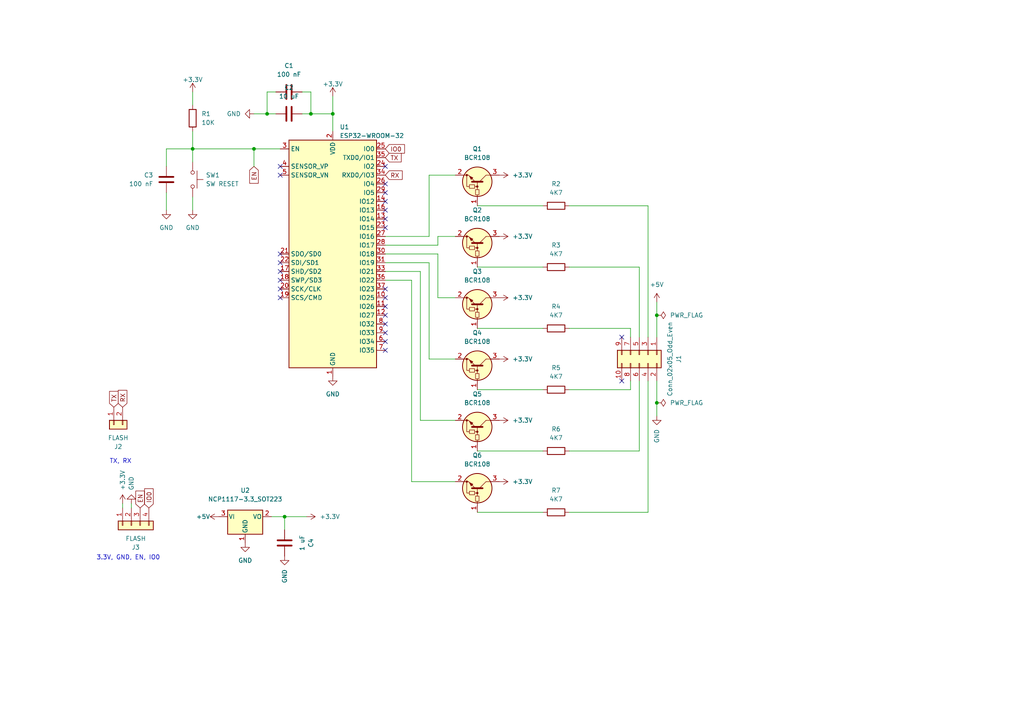
<source format=kicad_sch>
(kicad_sch (version 20211123) (generator eeschema)

  (uuid 998667bf-148d-4e7d-8f22-bba76bf09f04)

  (paper "A4")

  (lib_symbols
    (symbol "Connector_Generic:Conn_01x02" (pin_names (offset 1.016) hide) (in_bom yes) (on_board yes)
      (property "Reference" "J" (id 0) (at 0 2.54 0)
        (effects (font (size 1.27 1.27)))
      )
      (property "Value" "Conn_01x02" (id 1) (at 0 -5.08 0)
        (effects (font (size 1.27 1.27)))
      )
      (property "Footprint" "" (id 2) (at 0 0 0)
        (effects (font (size 1.27 1.27)) hide)
      )
      (property "Datasheet" "~" (id 3) (at 0 0 0)
        (effects (font (size 1.27 1.27)) hide)
      )
      (property "ki_keywords" "connector" (id 4) (at 0 0 0)
        (effects (font (size 1.27 1.27)) hide)
      )
      (property "ki_description" "Generic connector, single row, 01x02, script generated (kicad-library-utils/schlib/autogen/connector/)" (id 5) (at 0 0 0)
        (effects (font (size 1.27 1.27)) hide)
      )
      (property "ki_fp_filters" "Connector*:*_1x??_*" (id 6) (at 0 0 0)
        (effects (font (size 1.27 1.27)) hide)
      )
      (symbol "Conn_01x02_1_1"
        (rectangle (start -1.27 -2.413) (end 0 -2.667)
          (stroke (width 0.1524) (type default) (color 0 0 0 0))
          (fill (type none))
        )
        (rectangle (start -1.27 0.127) (end 0 -0.127)
          (stroke (width 0.1524) (type default) (color 0 0 0 0))
          (fill (type none))
        )
        (rectangle (start -1.27 1.27) (end 1.27 -3.81)
          (stroke (width 0.254) (type default) (color 0 0 0 0))
          (fill (type background))
        )
        (pin passive line (at -5.08 0 0) (length 3.81)
          (name "Pin_1" (effects (font (size 1.27 1.27))))
          (number "1" (effects (font (size 1.27 1.27))))
        )
        (pin passive line (at -5.08 -2.54 0) (length 3.81)
          (name "Pin_2" (effects (font (size 1.27 1.27))))
          (number "2" (effects (font (size 1.27 1.27))))
        )
      )
    )
    (symbol "Connector_Generic:Conn_01x04" (pin_names (offset 1.016) hide) (in_bom yes) (on_board yes)
      (property "Reference" "J" (id 0) (at 0 5.08 0)
        (effects (font (size 1.27 1.27)))
      )
      (property "Value" "Conn_01x04" (id 1) (at 0 -7.62 0)
        (effects (font (size 1.27 1.27)))
      )
      (property "Footprint" "" (id 2) (at 0 0 0)
        (effects (font (size 1.27 1.27)) hide)
      )
      (property "Datasheet" "~" (id 3) (at 0 0 0)
        (effects (font (size 1.27 1.27)) hide)
      )
      (property "ki_keywords" "connector" (id 4) (at 0 0 0)
        (effects (font (size 1.27 1.27)) hide)
      )
      (property "ki_description" "Generic connector, single row, 01x04, script generated (kicad-library-utils/schlib/autogen/connector/)" (id 5) (at 0 0 0)
        (effects (font (size 1.27 1.27)) hide)
      )
      (property "ki_fp_filters" "Connector*:*_1x??_*" (id 6) (at 0 0 0)
        (effects (font (size 1.27 1.27)) hide)
      )
      (symbol "Conn_01x04_1_1"
        (rectangle (start -1.27 -4.953) (end 0 -5.207)
          (stroke (width 0.1524) (type default) (color 0 0 0 0))
          (fill (type none))
        )
        (rectangle (start -1.27 -2.413) (end 0 -2.667)
          (stroke (width 0.1524) (type default) (color 0 0 0 0))
          (fill (type none))
        )
        (rectangle (start -1.27 0.127) (end 0 -0.127)
          (stroke (width 0.1524) (type default) (color 0 0 0 0))
          (fill (type none))
        )
        (rectangle (start -1.27 2.667) (end 0 2.413)
          (stroke (width 0.1524) (type default) (color 0 0 0 0))
          (fill (type none))
        )
        (rectangle (start -1.27 3.81) (end 1.27 -6.35)
          (stroke (width 0.254) (type default) (color 0 0 0 0))
          (fill (type background))
        )
        (pin passive line (at -5.08 2.54 0) (length 3.81)
          (name "Pin_1" (effects (font (size 1.27 1.27))))
          (number "1" (effects (font (size 1.27 1.27))))
        )
        (pin passive line (at -5.08 0 0) (length 3.81)
          (name "Pin_2" (effects (font (size 1.27 1.27))))
          (number "2" (effects (font (size 1.27 1.27))))
        )
        (pin passive line (at -5.08 -2.54 0) (length 3.81)
          (name "Pin_3" (effects (font (size 1.27 1.27))))
          (number "3" (effects (font (size 1.27 1.27))))
        )
        (pin passive line (at -5.08 -5.08 0) (length 3.81)
          (name "Pin_4" (effects (font (size 1.27 1.27))))
          (number "4" (effects (font (size 1.27 1.27))))
        )
      )
    )
    (symbol "Connector_Generic:Conn_02x05_Odd_Even" (pin_names (offset 1.016) hide) (in_bom yes) (on_board yes)
      (property "Reference" "J" (id 0) (at 1.27 7.62 0)
        (effects (font (size 1.27 1.27)))
      )
      (property "Value" "Conn_02x05_Odd_Even" (id 1) (at 1.27 -7.62 0)
        (effects (font (size 1.27 1.27)))
      )
      (property "Footprint" "" (id 2) (at 0 0 0)
        (effects (font (size 1.27 1.27)) hide)
      )
      (property "Datasheet" "~" (id 3) (at 0 0 0)
        (effects (font (size 1.27 1.27)) hide)
      )
      (property "ki_keywords" "connector" (id 4) (at 0 0 0)
        (effects (font (size 1.27 1.27)) hide)
      )
      (property "ki_description" "Generic connector, double row, 02x05, odd/even pin numbering scheme (row 1 odd numbers, row 2 even numbers), script generated (kicad-library-utils/schlib/autogen/connector/)" (id 5) (at 0 0 0)
        (effects (font (size 1.27 1.27)) hide)
      )
      (property "ki_fp_filters" "Connector*:*_2x??_*" (id 6) (at 0 0 0)
        (effects (font (size 1.27 1.27)) hide)
      )
      (symbol "Conn_02x05_Odd_Even_1_1"
        (rectangle (start -1.27 -4.953) (end 0 -5.207)
          (stroke (width 0.1524) (type default) (color 0 0 0 0))
          (fill (type none))
        )
        (rectangle (start -1.27 -2.413) (end 0 -2.667)
          (stroke (width 0.1524) (type default) (color 0 0 0 0))
          (fill (type none))
        )
        (rectangle (start -1.27 0.127) (end 0 -0.127)
          (stroke (width 0.1524) (type default) (color 0 0 0 0))
          (fill (type none))
        )
        (rectangle (start -1.27 2.667) (end 0 2.413)
          (stroke (width 0.1524) (type default) (color 0 0 0 0))
          (fill (type none))
        )
        (rectangle (start -1.27 5.207) (end 0 4.953)
          (stroke (width 0.1524) (type default) (color 0 0 0 0))
          (fill (type none))
        )
        (rectangle (start -1.27 6.35) (end 3.81 -6.35)
          (stroke (width 0.254) (type default) (color 0 0 0 0))
          (fill (type background))
        )
        (rectangle (start 3.81 -4.953) (end 2.54 -5.207)
          (stroke (width 0.1524) (type default) (color 0 0 0 0))
          (fill (type none))
        )
        (rectangle (start 3.81 -2.413) (end 2.54 -2.667)
          (stroke (width 0.1524) (type default) (color 0 0 0 0))
          (fill (type none))
        )
        (rectangle (start 3.81 0.127) (end 2.54 -0.127)
          (stroke (width 0.1524) (type default) (color 0 0 0 0))
          (fill (type none))
        )
        (rectangle (start 3.81 2.667) (end 2.54 2.413)
          (stroke (width 0.1524) (type default) (color 0 0 0 0))
          (fill (type none))
        )
        (rectangle (start 3.81 5.207) (end 2.54 4.953)
          (stroke (width 0.1524) (type default) (color 0 0 0 0))
          (fill (type none))
        )
        (pin passive line (at -5.08 5.08 0) (length 3.81)
          (name "Pin_1" (effects (font (size 1.27 1.27))))
          (number "1" (effects (font (size 1.27 1.27))))
        )
        (pin passive line (at 7.62 -5.08 180) (length 3.81)
          (name "Pin_10" (effects (font (size 1.27 1.27))))
          (number "10" (effects (font (size 1.27 1.27))))
        )
        (pin passive line (at 7.62 5.08 180) (length 3.81)
          (name "Pin_2" (effects (font (size 1.27 1.27))))
          (number "2" (effects (font (size 1.27 1.27))))
        )
        (pin passive line (at -5.08 2.54 0) (length 3.81)
          (name "Pin_3" (effects (font (size 1.27 1.27))))
          (number "3" (effects (font (size 1.27 1.27))))
        )
        (pin passive line (at 7.62 2.54 180) (length 3.81)
          (name "Pin_4" (effects (font (size 1.27 1.27))))
          (number "4" (effects (font (size 1.27 1.27))))
        )
        (pin passive line (at -5.08 0 0) (length 3.81)
          (name "Pin_5" (effects (font (size 1.27 1.27))))
          (number "5" (effects (font (size 1.27 1.27))))
        )
        (pin passive line (at 7.62 0 180) (length 3.81)
          (name "Pin_6" (effects (font (size 1.27 1.27))))
          (number "6" (effects (font (size 1.27 1.27))))
        )
        (pin passive line (at -5.08 -2.54 0) (length 3.81)
          (name "Pin_7" (effects (font (size 1.27 1.27))))
          (number "7" (effects (font (size 1.27 1.27))))
        )
        (pin passive line (at 7.62 -2.54 180) (length 3.81)
          (name "Pin_8" (effects (font (size 1.27 1.27))))
          (number "8" (effects (font (size 1.27 1.27))))
        )
        (pin passive line (at -5.08 -5.08 0) (length 3.81)
          (name "Pin_9" (effects (font (size 1.27 1.27))))
          (number "9" (effects (font (size 1.27 1.27))))
        )
      )
    )
    (symbol "Device:C" (pin_numbers hide) (pin_names (offset 0.254)) (in_bom yes) (on_board yes)
      (property "Reference" "C" (id 0) (at 0.635 2.54 0)
        (effects (font (size 1.27 1.27)) (justify left))
      )
      (property "Value" "C" (id 1) (at 0.635 -2.54 0)
        (effects (font (size 1.27 1.27)) (justify left))
      )
      (property "Footprint" "" (id 2) (at 0.9652 -3.81 0)
        (effects (font (size 1.27 1.27)) hide)
      )
      (property "Datasheet" "~" (id 3) (at 0 0 0)
        (effects (font (size 1.27 1.27)) hide)
      )
      (property "ki_keywords" "cap capacitor" (id 4) (at 0 0 0)
        (effects (font (size 1.27 1.27)) hide)
      )
      (property "ki_description" "Unpolarized capacitor" (id 5) (at 0 0 0)
        (effects (font (size 1.27 1.27)) hide)
      )
      (property "ki_fp_filters" "C_*" (id 6) (at 0 0 0)
        (effects (font (size 1.27 1.27)) hide)
      )
      (symbol "C_0_1"
        (polyline
          (pts
            (xy -2.032 -0.762)
            (xy 2.032 -0.762)
          )
          (stroke (width 0.508) (type default) (color 0 0 0 0))
          (fill (type none))
        )
        (polyline
          (pts
            (xy -2.032 0.762)
            (xy 2.032 0.762)
          )
          (stroke (width 0.508) (type default) (color 0 0 0 0))
          (fill (type none))
        )
      )
      (symbol "C_1_1"
        (pin passive line (at 0 3.81 270) (length 2.794)
          (name "~" (effects (font (size 1.27 1.27))))
          (number "1" (effects (font (size 1.27 1.27))))
        )
        (pin passive line (at 0 -3.81 90) (length 2.794)
          (name "~" (effects (font (size 1.27 1.27))))
          (number "2" (effects (font (size 1.27 1.27))))
        )
      )
    )
    (symbol "Device:R" (pin_numbers hide) (pin_names (offset 0)) (in_bom yes) (on_board yes)
      (property "Reference" "R" (id 0) (at 2.032 0 90)
        (effects (font (size 1.27 1.27)))
      )
      (property "Value" "R" (id 1) (at 0 0 90)
        (effects (font (size 1.27 1.27)))
      )
      (property "Footprint" "" (id 2) (at -1.778 0 90)
        (effects (font (size 1.27 1.27)) hide)
      )
      (property "Datasheet" "~" (id 3) (at 0 0 0)
        (effects (font (size 1.27 1.27)) hide)
      )
      (property "ki_keywords" "R res resistor" (id 4) (at 0 0 0)
        (effects (font (size 1.27 1.27)) hide)
      )
      (property "ki_description" "Resistor" (id 5) (at 0 0 0)
        (effects (font (size 1.27 1.27)) hide)
      )
      (property "ki_fp_filters" "R_*" (id 6) (at 0 0 0)
        (effects (font (size 1.27 1.27)) hide)
      )
      (symbol "R_0_1"
        (rectangle (start -1.016 -2.54) (end 1.016 2.54)
          (stroke (width 0.254) (type default) (color 0 0 0 0))
          (fill (type none))
        )
      )
      (symbol "R_1_1"
        (pin passive line (at 0 3.81 270) (length 1.27)
          (name "~" (effects (font (size 1.27 1.27))))
          (number "1" (effects (font (size 1.27 1.27))))
        )
        (pin passive line (at 0 -3.81 90) (length 1.27)
          (name "~" (effects (font (size 1.27 1.27))))
          (number "2" (effects (font (size 1.27 1.27))))
        )
      )
    )
    (symbol "RF_Module:ESP32-WROOM-32" (in_bom yes) (on_board yes)
      (property "Reference" "U" (id 0) (at -12.7 34.29 0)
        (effects (font (size 1.27 1.27)) (justify left))
      )
      (property "Value" "ESP32-WROOM-32" (id 1) (at 1.27 34.29 0)
        (effects (font (size 1.27 1.27)) (justify left))
      )
      (property "Footprint" "RF_Module:ESP32-WROOM-32" (id 2) (at 0 -38.1 0)
        (effects (font (size 1.27 1.27)) hide)
      )
      (property "Datasheet" "https://www.espressif.com/sites/default/files/documentation/esp32-wroom-32_datasheet_en.pdf" (id 3) (at -7.62 1.27 0)
        (effects (font (size 1.27 1.27)) hide)
      )
      (property "ki_keywords" "RF Radio BT ESP ESP32 Espressif onboard PCB antenna" (id 4) (at 0 0 0)
        (effects (font (size 1.27 1.27)) hide)
      )
      (property "ki_description" "RF Module, ESP32-D0WDQ6 SoC, Wi-Fi 802.11b/g/n, Bluetooth, BLE, 32-bit, 2.7-3.6V, onboard antenna, SMD" (id 5) (at 0 0 0)
        (effects (font (size 1.27 1.27)) hide)
      )
      (property "ki_fp_filters" "ESP32?WROOM?32*" (id 6) (at 0 0 0)
        (effects (font (size 1.27 1.27)) hide)
      )
      (symbol "ESP32-WROOM-32_0_1"
        (rectangle (start -12.7 33.02) (end 12.7 -33.02)
          (stroke (width 0.254) (type default) (color 0 0 0 0))
          (fill (type background))
        )
      )
      (symbol "ESP32-WROOM-32_1_1"
        (pin power_in line (at 0 -35.56 90) (length 2.54)
          (name "GND" (effects (font (size 1.27 1.27))))
          (number "1" (effects (font (size 1.27 1.27))))
        )
        (pin bidirectional line (at 15.24 -12.7 180) (length 2.54)
          (name "IO25" (effects (font (size 1.27 1.27))))
          (number "10" (effects (font (size 1.27 1.27))))
        )
        (pin bidirectional line (at 15.24 -15.24 180) (length 2.54)
          (name "IO26" (effects (font (size 1.27 1.27))))
          (number "11" (effects (font (size 1.27 1.27))))
        )
        (pin bidirectional line (at 15.24 -17.78 180) (length 2.54)
          (name "IO27" (effects (font (size 1.27 1.27))))
          (number "12" (effects (font (size 1.27 1.27))))
        )
        (pin bidirectional line (at 15.24 10.16 180) (length 2.54)
          (name "IO14" (effects (font (size 1.27 1.27))))
          (number "13" (effects (font (size 1.27 1.27))))
        )
        (pin bidirectional line (at 15.24 15.24 180) (length 2.54)
          (name "IO12" (effects (font (size 1.27 1.27))))
          (number "14" (effects (font (size 1.27 1.27))))
        )
        (pin passive line (at 0 -35.56 90) (length 2.54) hide
          (name "GND" (effects (font (size 1.27 1.27))))
          (number "15" (effects (font (size 1.27 1.27))))
        )
        (pin bidirectional line (at 15.24 12.7 180) (length 2.54)
          (name "IO13" (effects (font (size 1.27 1.27))))
          (number "16" (effects (font (size 1.27 1.27))))
        )
        (pin bidirectional line (at -15.24 -5.08 0) (length 2.54)
          (name "SHD/SD2" (effects (font (size 1.27 1.27))))
          (number "17" (effects (font (size 1.27 1.27))))
        )
        (pin bidirectional line (at -15.24 -7.62 0) (length 2.54)
          (name "SWP/SD3" (effects (font (size 1.27 1.27))))
          (number "18" (effects (font (size 1.27 1.27))))
        )
        (pin bidirectional line (at -15.24 -12.7 0) (length 2.54)
          (name "SCS/CMD" (effects (font (size 1.27 1.27))))
          (number "19" (effects (font (size 1.27 1.27))))
        )
        (pin power_in line (at 0 35.56 270) (length 2.54)
          (name "VDD" (effects (font (size 1.27 1.27))))
          (number "2" (effects (font (size 1.27 1.27))))
        )
        (pin bidirectional line (at -15.24 -10.16 0) (length 2.54)
          (name "SCK/CLK" (effects (font (size 1.27 1.27))))
          (number "20" (effects (font (size 1.27 1.27))))
        )
        (pin bidirectional line (at -15.24 0 0) (length 2.54)
          (name "SDO/SD0" (effects (font (size 1.27 1.27))))
          (number "21" (effects (font (size 1.27 1.27))))
        )
        (pin bidirectional line (at -15.24 -2.54 0) (length 2.54)
          (name "SDI/SD1" (effects (font (size 1.27 1.27))))
          (number "22" (effects (font (size 1.27 1.27))))
        )
        (pin bidirectional line (at 15.24 7.62 180) (length 2.54)
          (name "IO15" (effects (font (size 1.27 1.27))))
          (number "23" (effects (font (size 1.27 1.27))))
        )
        (pin bidirectional line (at 15.24 25.4 180) (length 2.54)
          (name "IO2" (effects (font (size 1.27 1.27))))
          (number "24" (effects (font (size 1.27 1.27))))
        )
        (pin bidirectional line (at 15.24 30.48 180) (length 2.54)
          (name "IO0" (effects (font (size 1.27 1.27))))
          (number "25" (effects (font (size 1.27 1.27))))
        )
        (pin bidirectional line (at 15.24 20.32 180) (length 2.54)
          (name "IO4" (effects (font (size 1.27 1.27))))
          (number "26" (effects (font (size 1.27 1.27))))
        )
        (pin bidirectional line (at 15.24 5.08 180) (length 2.54)
          (name "IO16" (effects (font (size 1.27 1.27))))
          (number "27" (effects (font (size 1.27 1.27))))
        )
        (pin bidirectional line (at 15.24 2.54 180) (length 2.54)
          (name "IO17" (effects (font (size 1.27 1.27))))
          (number "28" (effects (font (size 1.27 1.27))))
        )
        (pin bidirectional line (at 15.24 17.78 180) (length 2.54)
          (name "IO5" (effects (font (size 1.27 1.27))))
          (number "29" (effects (font (size 1.27 1.27))))
        )
        (pin input line (at -15.24 30.48 0) (length 2.54)
          (name "EN" (effects (font (size 1.27 1.27))))
          (number "3" (effects (font (size 1.27 1.27))))
        )
        (pin bidirectional line (at 15.24 0 180) (length 2.54)
          (name "IO18" (effects (font (size 1.27 1.27))))
          (number "30" (effects (font (size 1.27 1.27))))
        )
        (pin bidirectional line (at 15.24 -2.54 180) (length 2.54)
          (name "IO19" (effects (font (size 1.27 1.27))))
          (number "31" (effects (font (size 1.27 1.27))))
        )
        (pin no_connect line (at -12.7 -27.94 0) (length 2.54) hide
          (name "NC" (effects (font (size 1.27 1.27))))
          (number "32" (effects (font (size 1.27 1.27))))
        )
        (pin bidirectional line (at 15.24 -5.08 180) (length 2.54)
          (name "IO21" (effects (font (size 1.27 1.27))))
          (number "33" (effects (font (size 1.27 1.27))))
        )
        (pin bidirectional line (at 15.24 22.86 180) (length 2.54)
          (name "RXD0/IO3" (effects (font (size 1.27 1.27))))
          (number "34" (effects (font (size 1.27 1.27))))
        )
        (pin bidirectional line (at 15.24 27.94 180) (length 2.54)
          (name "TXD0/IO1" (effects (font (size 1.27 1.27))))
          (number "35" (effects (font (size 1.27 1.27))))
        )
        (pin bidirectional line (at 15.24 -7.62 180) (length 2.54)
          (name "IO22" (effects (font (size 1.27 1.27))))
          (number "36" (effects (font (size 1.27 1.27))))
        )
        (pin bidirectional line (at 15.24 -10.16 180) (length 2.54)
          (name "IO23" (effects (font (size 1.27 1.27))))
          (number "37" (effects (font (size 1.27 1.27))))
        )
        (pin passive line (at 0 -35.56 90) (length 2.54) hide
          (name "GND" (effects (font (size 1.27 1.27))))
          (number "38" (effects (font (size 1.27 1.27))))
        )
        (pin passive line (at 0 -35.56 90) (length 2.54) hide
          (name "GND" (effects (font (size 1.27 1.27))))
          (number "39" (effects (font (size 1.27 1.27))))
        )
        (pin input line (at -15.24 25.4 0) (length 2.54)
          (name "SENSOR_VP" (effects (font (size 1.27 1.27))))
          (number "4" (effects (font (size 1.27 1.27))))
        )
        (pin input line (at -15.24 22.86 0) (length 2.54)
          (name "SENSOR_VN" (effects (font (size 1.27 1.27))))
          (number "5" (effects (font (size 1.27 1.27))))
        )
        (pin input line (at 15.24 -25.4 180) (length 2.54)
          (name "IO34" (effects (font (size 1.27 1.27))))
          (number "6" (effects (font (size 1.27 1.27))))
        )
        (pin input line (at 15.24 -27.94 180) (length 2.54)
          (name "IO35" (effects (font (size 1.27 1.27))))
          (number "7" (effects (font (size 1.27 1.27))))
        )
        (pin bidirectional line (at 15.24 -20.32 180) (length 2.54)
          (name "IO32" (effects (font (size 1.27 1.27))))
          (number "8" (effects (font (size 1.27 1.27))))
        )
        (pin bidirectional line (at 15.24 -22.86 180) (length 2.54)
          (name "IO33" (effects (font (size 1.27 1.27))))
          (number "9" (effects (font (size 1.27 1.27))))
        )
      )
    )
    (symbol "Regulator_Linear:NCP1117-3.3_SOT223" (pin_names (offset 0.254)) (in_bom yes) (on_board yes)
      (property "Reference" "U" (id 0) (at -3.81 3.175 0)
        (effects (font (size 1.27 1.27)))
      )
      (property "Value" "NCP1117-3.3_SOT223" (id 1) (at 0 3.175 0)
        (effects (font (size 1.27 1.27)) (justify left))
      )
      (property "Footprint" "Package_TO_SOT_SMD:SOT-223-3_TabPin2" (id 2) (at 0 5.08 0)
        (effects (font (size 1.27 1.27)) hide)
      )
      (property "Datasheet" "http://www.onsemi.com/pub_link/Collateral/NCP1117-D.PDF" (id 3) (at 2.54 -6.35 0)
        (effects (font (size 1.27 1.27)) hide)
      )
      (property "ki_keywords" "REGULATOR LDO 3.3V" (id 4) (at 0 0 0)
        (effects (font (size 1.27 1.27)) hide)
      )
      (property "ki_description" "1A Low drop-out regulator, Fixed Output 3.3V, SOT-223" (id 5) (at 0 0 0)
        (effects (font (size 1.27 1.27)) hide)
      )
      (property "ki_fp_filters" "SOT?223*TabPin2*" (id 6) (at 0 0 0)
        (effects (font (size 1.27 1.27)) hide)
      )
      (symbol "NCP1117-3.3_SOT223_0_1"
        (rectangle (start -5.08 -5.08) (end 5.08 1.905)
          (stroke (width 0.254) (type default) (color 0 0 0 0))
          (fill (type background))
        )
      )
      (symbol "NCP1117-3.3_SOT223_1_1"
        (pin power_in line (at 0 -7.62 90) (length 2.54)
          (name "GND" (effects (font (size 1.27 1.27))))
          (number "1" (effects (font (size 1.27 1.27))))
        )
        (pin power_out line (at 7.62 0 180) (length 2.54)
          (name "VO" (effects (font (size 1.27 1.27))))
          (number "2" (effects (font (size 1.27 1.27))))
        )
        (pin power_in line (at -7.62 0 0) (length 2.54)
          (name "VI" (effects (font (size 1.27 1.27))))
          (number "3" (effects (font (size 1.27 1.27))))
        )
      )
    )
    (symbol "Switch:SW_Push" (pin_numbers hide) (pin_names (offset 1.016) hide) (in_bom yes) (on_board yes)
      (property "Reference" "SW" (id 0) (at 1.27 2.54 0)
        (effects (font (size 1.27 1.27)) (justify left))
      )
      (property "Value" "SW_Push" (id 1) (at 0 -1.524 0)
        (effects (font (size 1.27 1.27)))
      )
      (property "Footprint" "" (id 2) (at 0 5.08 0)
        (effects (font (size 1.27 1.27)) hide)
      )
      (property "Datasheet" "~" (id 3) (at 0 5.08 0)
        (effects (font (size 1.27 1.27)) hide)
      )
      (property "ki_keywords" "switch normally-open pushbutton push-button" (id 4) (at 0 0 0)
        (effects (font (size 1.27 1.27)) hide)
      )
      (property "ki_description" "Push button switch, generic, two pins" (id 5) (at 0 0 0)
        (effects (font (size 1.27 1.27)) hide)
      )
      (symbol "SW_Push_0_1"
        (circle (center -2.032 0) (radius 0.508)
          (stroke (width 0) (type default) (color 0 0 0 0))
          (fill (type none))
        )
        (polyline
          (pts
            (xy 0 1.27)
            (xy 0 3.048)
          )
          (stroke (width 0) (type default) (color 0 0 0 0))
          (fill (type none))
        )
        (polyline
          (pts
            (xy 2.54 1.27)
            (xy -2.54 1.27)
          )
          (stroke (width 0) (type default) (color 0 0 0 0))
          (fill (type none))
        )
        (circle (center 2.032 0) (radius 0.508)
          (stroke (width 0) (type default) (color 0 0 0 0))
          (fill (type none))
        )
        (pin passive line (at -5.08 0 0) (length 2.54)
          (name "1" (effects (font (size 1.27 1.27))))
          (number "1" (effects (font (size 1.27 1.27))))
        )
        (pin passive line (at 5.08 0 180) (length 2.54)
          (name "2" (effects (font (size 1.27 1.27))))
          (number "2" (effects (font (size 1.27 1.27))))
        )
      )
    )
    (symbol "Transistor_BJT_Pre-Biased_AKL:BCR108" (pin_names hide) (in_bom yes) (on_board yes)
      (property "Reference" "Q" (id 0) (at 3.81 1.27 0)
        (effects (font (size 1.27 1.27)) (justify left))
      )
      (property "Value" "BCR108" (id 1) (at 3.81 -1.27 0)
        (effects (font (size 1.27 1.27)) (justify left))
      )
      (property "Footprint" "Package_TO_SOT_SMD_AKL:SOT-23" (id 2) (at 0 0 0)
        (effects (font (size 1.27 1.27)) hide)
      )
      (property "Datasheet" "https://www.tme.eu/Document/25cb4b9a0415796c4b98bc4cbdcfd7ac/BCR108WH6327.pdf" (id 3) (at 0 0 0)
        (effects (font (size 1.27 1.27)) hide)
      )
      (property "ki_keywords" "transistor NPN BRT pre-biased BCR108" (id 4) (at 0 0 0)
        (effects (font (size 1.27 1.27)) hide)
      )
      (property "ki_description" "NPN SOT-23 Pre-Biased transistor, 50V, 100mA, 200mW, Alternate KiCAD Library" (id 5) (at 0 0 0)
        (effects (font (size 1.27 1.27)) hide)
      )
      (symbol "BCR108_0_1"
        (rectangle (start -4.445 0.508) (end -2.921 -0.508)
          (stroke (width 0) (type default) (color 0 0 0 0))
          (fill (type none))
        )
        (rectangle (start -2.54 -2.286) (end -1.524 -0.762)
          (stroke (width 0) (type default) (color 0 0 0 0))
          (fill (type none))
        )
        (circle (center -2.032 0) (radius 0.254)
          (stroke (width 0) (type default) (color 0 0 0 0))
          (fill (type outline))
        )
        (circle (center -0.635 0) (radius 4.2672)
          (stroke (width 0.254) (type default) (color 0 0 0 0))
          (fill (type background))
        )
        (polyline
          (pts
            (xy -4.445 0)
            (xy -6.35 0)
          )
          (stroke (width 0) (type default) (color 0 0 0 0))
          (fill (type none))
        )
        (polyline
          (pts
            (xy -2.921 0)
            (xy -0.635 0)
          )
          (stroke (width 0) (type default) (color 0 0 0 0))
          (fill (type none))
        )
        (polyline
          (pts
            (xy -2.032 -0.762)
            (xy -2.032 0)
          )
          (stroke (width 0) (type default) (color 0 0 0 0))
          (fill (type none))
        )
        (polyline
          (pts
            (xy -0.635 1.524)
            (xy -0.635 -1.524)
          )
          (stroke (width 0.508) (type default) (color 0 0 0 0))
          (fill (type none))
        )
        (polyline
          (pts
            (xy 1.27 -3.81)
            (xy 1.27 -2.54)
          )
          (stroke (width 0) (type default) (color 0 0 0 0))
          (fill (type none))
        )
        (polyline
          (pts
            (xy 1.27 2.54)
            (xy 1.27 3.81)
          )
          (stroke (width 0) (type default) (color 0 0 0 0))
          (fill (type none))
        )
        (polyline
          (pts
            (xy -2.032 -2.286)
            (xy -2.032 -3.048)
            (xy 1.27 -3.048)
          )
          (stroke (width 0) (type default) (color 0 0 0 0))
          (fill (type none))
        )
        (circle (center 1.27 -3.048) (radius 0.254)
          (stroke (width 0) (type default) (color 0 0 0 0))
          (fill (type outline))
        )
      )
      (symbol "BCR108_1_1"
        (polyline
          (pts
            (xy -0.635 0.635)
            (xy 1.27 2.54)
          )
          (stroke (width 0) (type default) (color 0 0 0 0))
          (fill (type none))
        )
        (polyline
          (pts
            (xy -0.635 -0.635)
            (xy 1.27 -2.54)
            (xy 1.27 -2.54)
          )
          (stroke (width 0) (type default) (color 0 0 0 0))
          (fill (type none))
        )
        (polyline
          (pts
            (xy 0 -1.778)
            (xy 0.508 -1.27)
            (xy 1.016 -2.286)
            (xy 0 -1.778)
            (xy 0 -1.778)
          )
          (stroke (width 0) (type default) (color 0 0 0 0))
          (fill (type outline))
        )
        (pin input line (at -7.62 0 0) (length 2.54)
          (name "B" (effects (font (size 1.27 1.27))))
          (number "1" (effects (font (size 1.27 1.27))))
        )
        (pin passive line (at 1.27 -6.35 90) (length 2.54)
          (name "E" (effects (font (size 1.27 1.27))))
          (number "2" (effects (font (size 1.27 1.27))))
        )
        (pin passive line (at 1.27 6.35 270) (length 2.54)
          (name "C" (effects (font (size 1.27 1.27))))
          (number "3" (effects (font (size 1.27 1.27))))
        )
      )
    )
    (symbol "power:+3.3V" (power) (pin_names (offset 0)) (in_bom yes) (on_board yes)
      (property "Reference" "#PWR" (id 0) (at 0 -3.81 0)
        (effects (font (size 1.27 1.27)) hide)
      )
      (property "Value" "+3.3V" (id 1) (at 0 3.556 0)
        (effects (font (size 1.27 1.27)))
      )
      (property "Footprint" "" (id 2) (at 0 0 0)
        (effects (font (size 1.27 1.27)) hide)
      )
      (property "Datasheet" "" (id 3) (at 0 0 0)
        (effects (font (size 1.27 1.27)) hide)
      )
      (property "ki_keywords" "global power" (id 4) (at 0 0 0)
        (effects (font (size 1.27 1.27)) hide)
      )
      (property "ki_description" "Power symbol creates a global label with name \"+3.3V\"" (id 5) (at 0 0 0)
        (effects (font (size 1.27 1.27)) hide)
      )
      (symbol "+3.3V_0_1"
        (polyline
          (pts
            (xy -0.762 1.27)
            (xy 0 2.54)
          )
          (stroke (width 0) (type default) (color 0 0 0 0))
          (fill (type none))
        )
        (polyline
          (pts
            (xy 0 0)
            (xy 0 2.54)
          )
          (stroke (width 0) (type default) (color 0 0 0 0))
          (fill (type none))
        )
        (polyline
          (pts
            (xy 0 2.54)
            (xy 0.762 1.27)
          )
          (stroke (width 0) (type default) (color 0 0 0 0))
          (fill (type none))
        )
      )
      (symbol "+3.3V_1_1"
        (pin power_in line (at 0 0 90) (length 0) hide
          (name "+3.3V" (effects (font (size 1.27 1.27))))
          (number "1" (effects (font (size 1.27 1.27))))
        )
      )
    )
    (symbol "power:+5V" (power) (pin_names (offset 0)) (in_bom yes) (on_board yes)
      (property "Reference" "#PWR" (id 0) (at 0 -3.81 0)
        (effects (font (size 1.27 1.27)) hide)
      )
      (property "Value" "+5V" (id 1) (at 0 3.556 0)
        (effects (font (size 1.27 1.27)))
      )
      (property "Footprint" "" (id 2) (at 0 0 0)
        (effects (font (size 1.27 1.27)) hide)
      )
      (property "Datasheet" "" (id 3) (at 0 0 0)
        (effects (font (size 1.27 1.27)) hide)
      )
      (property "ki_keywords" "global power" (id 4) (at 0 0 0)
        (effects (font (size 1.27 1.27)) hide)
      )
      (property "ki_description" "Power symbol creates a global label with name \"+5V\"" (id 5) (at 0 0 0)
        (effects (font (size 1.27 1.27)) hide)
      )
      (symbol "+5V_0_1"
        (polyline
          (pts
            (xy -0.762 1.27)
            (xy 0 2.54)
          )
          (stroke (width 0) (type default) (color 0 0 0 0))
          (fill (type none))
        )
        (polyline
          (pts
            (xy 0 0)
            (xy 0 2.54)
          )
          (stroke (width 0) (type default) (color 0 0 0 0))
          (fill (type none))
        )
        (polyline
          (pts
            (xy 0 2.54)
            (xy 0.762 1.27)
          )
          (stroke (width 0) (type default) (color 0 0 0 0))
          (fill (type none))
        )
      )
      (symbol "+5V_1_1"
        (pin power_in line (at 0 0 90) (length 0) hide
          (name "+5V" (effects (font (size 1.27 1.27))))
          (number "1" (effects (font (size 1.27 1.27))))
        )
      )
    )
    (symbol "power:GND" (power) (pin_names (offset 0)) (in_bom yes) (on_board yes)
      (property "Reference" "#PWR" (id 0) (at 0 -6.35 0)
        (effects (font (size 1.27 1.27)) hide)
      )
      (property "Value" "GND" (id 1) (at 0 -3.81 0)
        (effects (font (size 1.27 1.27)))
      )
      (property "Footprint" "" (id 2) (at 0 0 0)
        (effects (font (size 1.27 1.27)) hide)
      )
      (property "Datasheet" "" (id 3) (at 0 0 0)
        (effects (font (size 1.27 1.27)) hide)
      )
      (property "ki_keywords" "global power" (id 4) (at 0 0 0)
        (effects (font (size 1.27 1.27)) hide)
      )
      (property "ki_description" "Power symbol creates a global label with name \"GND\" , ground" (id 5) (at 0 0 0)
        (effects (font (size 1.27 1.27)) hide)
      )
      (symbol "GND_0_1"
        (polyline
          (pts
            (xy 0 0)
            (xy 0 -1.27)
            (xy 1.27 -1.27)
            (xy 0 -2.54)
            (xy -1.27 -1.27)
            (xy 0 -1.27)
          )
          (stroke (width 0) (type default) (color 0 0 0 0))
          (fill (type none))
        )
      )
      (symbol "GND_1_1"
        (pin power_in line (at 0 0 270) (length 0) hide
          (name "GND" (effects (font (size 1.27 1.27))))
          (number "1" (effects (font (size 1.27 1.27))))
        )
      )
    )
    (symbol "power:PWR_FLAG" (power) (pin_numbers hide) (pin_names (offset 0) hide) (in_bom yes) (on_board yes)
      (property "Reference" "#FLG" (id 0) (at 0 1.905 0)
        (effects (font (size 1.27 1.27)) hide)
      )
      (property "Value" "PWR_FLAG" (id 1) (at 0 3.81 0)
        (effects (font (size 1.27 1.27)))
      )
      (property "Footprint" "" (id 2) (at 0 0 0)
        (effects (font (size 1.27 1.27)) hide)
      )
      (property "Datasheet" "~" (id 3) (at 0 0 0)
        (effects (font (size 1.27 1.27)) hide)
      )
      (property "ki_keywords" "flag power" (id 4) (at 0 0 0)
        (effects (font (size 1.27 1.27)) hide)
      )
      (property "ki_description" "Special symbol for telling ERC where power comes from" (id 5) (at 0 0 0)
        (effects (font (size 1.27 1.27)) hide)
      )
      (symbol "PWR_FLAG_0_0"
        (pin power_out line (at 0 0 90) (length 0)
          (name "pwr" (effects (font (size 1.27 1.27))))
          (number "1" (effects (font (size 1.27 1.27))))
        )
      )
      (symbol "PWR_FLAG_0_1"
        (polyline
          (pts
            (xy 0 0)
            (xy 0 1.27)
            (xy -1.016 1.905)
            (xy 0 2.54)
            (xy 1.016 1.905)
            (xy 0 1.27)
          )
          (stroke (width 0) (type default) (color 0 0 0 0))
          (fill (type none))
        )
      )
    )
  )

  (junction (at 82.55 149.86) (diameter 0) (color 0 0 0 0)
    (uuid 40547ace-2b33-47cf-9b88-a7eeafdfe0f9)
  )
  (junction (at 96.52 33.02) (diameter 0) (color 0 0 0 0)
    (uuid 60df780e-6142-423e-8d1e-a6c05b33a0f6)
  )
  (junction (at 77.47 33.02) (diameter 0) (color 0 0 0 0)
    (uuid 7b8143d9-5ef8-4289-9b60-de98209fde60)
  )
  (junction (at 55.88 43.18) (diameter 0) (color 0 0 0 0)
    (uuid 831b607b-cac4-42e2-a9d2-6c14fc920f10)
  )
  (junction (at 190.5 91.44) (diameter 0) (color 0 0 0 0)
    (uuid 93f0b27d-2b0f-48c4-b953-0ce3120071d9)
  )
  (junction (at 73.66 43.18) (diameter 0) (color 0 0 0 0)
    (uuid ae2f2a57-861d-4d58-8d10-d370df178efe)
  )
  (junction (at 90.17 33.02) (diameter 0) (color 0 0 0 0)
    (uuid b5618ce2-fffc-48c0-b981-1a9b4a987127)
  )
  (junction (at 190.5 116.84) (diameter 0) (color 0 0 0 0)
    (uuid e6c0cfb8-4472-473a-b4ec-cfee0a7f43eb)
  )

  (no_connect (at 180.34 97.79) (uuid 19400f73-0fe0-4968-88bf-e597e0abb732))
  (no_connect (at 111.76 88.9) (uuid 23f0b79e-4da2-49b7-92ef-13f4490fbc46))
  (no_connect (at 111.76 101.6) (uuid 347db1f6-8d9b-4336-a17c-3401a836c3da))
  (no_connect (at 111.76 53.34) (uuid 3eee5f64-7cd6-4a30-8779-d6e4f9dd4858))
  (no_connect (at 111.76 58.42) (uuid 3ff56035-bfd5-4a03-8f1f-771d6b346699))
  (no_connect (at 81.28 76.2) (uuid 55c5ce3e-188d-4a76-9ddb-f19364c49d5b))
  (no_connect (at 111.76 63.5) (uuid 8171609b-bf73-474a-a8ee-2256bfd026f3))
  (no_connect (at 111.76 48.26) (uuid 853e93cc-4d65-4331-a90f-6e4bdb944535))
  (no_connect (at 111.76 60.96) (uuid 8a1f6129-5bb7-4722-9563-c698c7d8ecca))
  (no_connect (at 81.28 83.82) (uuid 8d698940-e1c3-474e-8b72-44596ff7f7c6))
  (no_connect (at 111.76 99.06) (uuid 991c4e4d-285e-4156-9de5-9cce075d8855))
  (no_connect (at 81.28 50.8) (uuid 9b3f28dc-6938-41c7-9e57-913090105efc))
  (no_connect (at 111.76 55.88) (uuid 9d637b29-012d-4764-a39f-0ee1fad14b00))
  (no_connect (at 111.76 93.98) (uuid 9f0958d2-21b3-42c8-b59a-6ef779a40fd0))
  (no_connect (at 81.28 78.74) (uuid a37f4b47-d656-46df-820f-4d308c4a3ba5))
  (no_connect (at 111.76 96.52) (uuid b03d8add-169d-4e98-ac6f-46a09cd160aa))
  (no_connect (at 81.28 48.26) (uuid b31ddc4e-33ff-4e3c-aa4f-9e3a8503a5ac))
  (no_connect (at 111.76 66.04) (uuid b513bca6-b48d-4ff8-90a1-3d5ee09019cf))
  (no_connect (at 81.28 73.66) (uuid c181c052-eb32-4005-ae92-800c541e5be2))
  (no_connect (at 111.76 86.36) (uuid e53ee2fb-84f5-462a-a568-eedde0109e28))
  (no_connect (at 111.76 91.44) (uuid f193733b-9c11-40e8-b8ad-3cb03e52e749))
  (no_connect (at 81.28 86.36) (uuid fa9a9627-8c27-4d56-8996-4bf96dec6226))
  (no_connect (at 180.34 110.49) (uuid faf81f5b-5bfb-40ea-8044-787d0c876457))
  (no_connect (at 111.76 83.82) (uuid fe00398d-47c2-4d56-92ef-31fef6ba191b))
  (no_connect (at 81.28 81.28) (uuid fedaf025-98d0-4e2d-b245-b62cab9c1396))

  (wire (pts (xy 48.26 55.88) (xy 48.26 60.96))
    (stroke (width 0) (type default) (color 0 0 0 0))
    (uuid 067af200-c15e-46ff-8209-55d4ecdd1efa)
  )
  (wire (pts (xy 55.88 46.99) (xy 55.88 43.18))
    (stroke (width 0) (type default) (color 0 0 0 0))
    (uuid 09d4abfe-144c-4bd2-ae3c-f1617a8e2ad0)
  )
  (wire (pts (xy 87.63 26.67) (xy 90.17 26.67))
    (stroke (width 0) (type default) (color 0 0 0 0))
    (uuid 0daaaec4-2e94-4b1c-944d-aa511be18bfd)
  )
  (wire (pts (xy 190.5 87.63) (xy 190.5 91.44))
    (stroke (width 0) (type default) (color 0 0 0 0))
    (uuid 1d7e136d-d0cd-4af4-be1d-c4a85ccd49c8)
  )
  (wire (pts (xy 138.43 95.25) (xy 157.48 95.25))
    (stroke (width 0) (type default) (color 0 0 0 0))
    (uuid 20949c6c-8e5f-4dc4-a6e4-673fa78e5980)
  )
  (wire (pts (xy 187.96 97.79) (xy 187.96 59.69))
    (stroke (width 0) (type default) (color 0 0 0 0))
    (uuid 24624f19-9e4b-4ecf-8ac0-8edbe8c01e04)
  )
  (wire (pts (xy 187.96 148.59) (xy 187.96 110.49))
    (stroke (width 0) (type default) (color 0 0 0 0))
    (uuid 26a78e55-3c14-45dc-9aae-7e90355ca47a)
  )
  (wire (pts (xy 138.43 113.03) (xy 157.48 113.03))
    (stroke (width 0) (type default) (color 0 0 0 0))
    (uuid 275dbc23-4e06-471a-a3bc-583541c747f3)
  )
  (wire (pts (xy 190.5 91.44) (xy 190.5 97.79))
    (stroke (width 0) (type default) (color 0 0 0 0))
    (uuid 2ce09843-6b43-432b-8415-763ef20a4cdb)
  )
  (wire (pts (xy 80.01 26.67) (xy 77.47 26.67))
    (stroke (width 0) (type default) (color 0 0 0 0))
    (uuid 2d052793-acca-407e-8576-e7d859030d8d)
  )
  (wire (pts (xy 35.56 146.05) (xy 35.56 147.32))
    (stroke (width 0) (type default) (color 0 0 0 0))
    (uuid 32147e4d-8799-4356-ac5f-c5caa02b9422)
  )
  (wire (pts (xy 87.63 33.02) (xy 90.17 33.02))
    (stroke (width 0) (type default) (color 0 0 0 0))
    (uuid 32a41c98-9bba-4678-8ff1-86f5affce679)
  )
  (wire (pts (xy 90.17 26.67) (xy 90.17 33.02))
    (stroke (width 0) (type default) (color 0 0 0 0))
    (uuid 3986e3ad-59be-4a15-87fc-cc380471d410)
  )
  (wire (pts (xy 77.47 26.67) (xy 77.47 33.02))
    (stroke (width 0) (type default) (color 0 0 0 0))
    (uuid 3a4862b7-a4b2-4119-9908-3396df85132a)
  )
  (wire (pts (xy 55.88 57.15) (xy 55.88 60.96))
    (stroke (width 0) (type default) (color 0 0 0 0))
    (uuid 3ed91283-0156-4959-a0ef-9bfec6e7c08d)
  )
  (wire (pts (xy 182.88 97.79) (xy 182.88 95.25))
    (stroke (width 0) (type default) (color 0 0 0 0))
    (uuid 49103c68-73c6-464a-ba82-7f2482936c55)
  )
  (wire (pts (xy 127 86.36) (xy 132.08 86.36))
    (stroke (width 0) (type default) (color 0 0 0 0))
    (uuid 497a66e2-1257-4b25-bd4a-759f8d4542f0)
  )
  (wire (pts (xy 96.52 27.94) (xy 96.52 33.02))
    (stroke (width 0) (type default) (color 0 0 0 0))
    (uuid 4cb6d2a5-dbe2-4ce4-bd8e-2653142c15f1)
  )
  (wire (pts (xy 73.66 43.18) (xy 73.66 48.26))
    (stroke (width 0) (type default) (color 0 0 0 0))
    (uuid 4e8d169f-cd2b-4fda-9a61-09fbf7f55f77)
  )
  (wire (pts (xy 132.08 139.7) (xy 119.38 139.7))
    (stroke (width 0) (type default) (color 0 0 0 0))
    (uuid 4e950df9-6cc5-456e-ac43-cf4df5240ecb)
  )
  (wire (pts (xy 121.92 78.74) (xy 121.92 121.92))
    (stroke (width 0) (type default) (color 0 0 0 0))
    (uuid 4f309140-83a5-437f-9470-8a6b79a6b490)
  )
  (wire (pts (xy 138.43 59.69) (xy 157.48 59.69))
    (stroke (width 0) (type default) (color 0 0 0 0))
    (uuid 5578af2b-1d74-40ec-ba96-e8343b384407)
  )
  (wire (pts (xy 96.52 33.02) (xy 96.52 38.1))
    (stroke (width 0) (type default) (color 0 0 0 0))
    (uuid 58af4636-db08-43e7-b61d-2c0f16472a66)
  )
  (wire (pts (xy 111.76 71.12) (xy 127 71.12))
    (stroke (width 0) (type default) (color 0 0 0 0))
    (uuid 59c8b097-8979-4b1a-a173-1069bf2458c3)
  )
  (wire (pts (xy 119.38 81.28) (xy 111.76 81.28))
    (stroke (width 0) (type default) (color 0 0 0 0))
    (uuid 5adb7079-0791-49c5-8f38-9152f7cc510a)
  )
  (wire (pts (xy 111.76 76.2) (xy 124.46 76.2))
    (stroke (width 0) (type default) (color 0 0 0 0))
    (uuid 5b3602ed-45b6-4239-bb4b-7c5ab79bb438)
  )
  (wire (pts (xy 182.88 95.25) (xy 165.1 95.25))
    (stroke (width 0) (type default) (color 0 0 0 0))
    (uuid 5b875c21-089d-487e-a214-c10f6f6204e5)
  )
  (wire (pts (xy 55.88 43.18) (xy 73.66 43.18))
    (stroke (width 0) (type default) (color 0 0 0 0))
    (uuid 5ce8e022-971a-4cd0-9815-2e9df6861ba9)
  )
  (wire (pts (xy 55.88 26.67) (xy 55.88 30.48))
    (stroke (width 0) (type default) (color 0 0 0 0))
    (uuid 5dc09caf-6b7f-43af-a7e6-c230f75aaa93)
  )
  (wire (pts (xy 165.1 130.81) (xy 185.42 130.81))
    (stroke (width 0) (type default) (color 0 0 0 0))
    (uuid 6197c39d-8fad-4fab-bc6f-6ab6d0884281)
  )
  (wire (pts (xy 111.76 68.58) (xy 124.46 68.58))
    (stroke (width 0) (type default) (color 0 0 0 0))
    (uuid 660d7d88-d2e6-463b-af41-9370259173e0)
  )
  (wire (pts (xy 55.88 38.1) (xy 55.88 43.18))
    (stroke (width 0) (type default) (color 0 0 0 0))
    (uuid 6ebf3b0a-a86c-4d81-ae31-49f760dfaf75)
  )
  (wire (pts (xy 82.55 153.67) (xy 82.55 149.86))
    (stroke (width 0) (type default) (color 0 0 0 0))
    (uuid 71ce7585-86a0-4671-8956-5e31d74615b8)
  )
  (wire (pts (xy 182.88 113.03) (xy 165.1 113.03))
    (stroke (width 0) (type default) (color 0 0 0 0))
    (uuid 7313d1aa-1287-4acf-a748-f8f0ffb2fc15)
  )
  (wire (pts (xy 73.66 43.18) (xy 81.28 43.18))
    (stroke (width 0) (type default) (color 0 0 0 0))
    (uuid 7af05247-25a7-42f8-9039-2bb3cb2c358d)
  )
  (wire (pts (xy 124.46 68.58) (xy 124.46 50.8))
    (stroke (width 0) (type default) (color 0 0 0 0))
    (uuid 7c349c6c-f2af-45c4-b395-d782324491e8)
  )
  (wire (pts (xy 121.92 121.92) (xy 132.08 121.92))
    (stroke (width 0) (type default) (color 0 0 0 0))
    (uuid 7cea6281-d030-4b21-9523-8f56715a9199)
  )
  (wire (pts (xy 111.76 73.66) (xy 127 73.66))
    (stroke (width 0) (type default) (color 0 0 0 0))
    (uuid 8c5966eb-2ea4-438e-b606-5f2894793b97)
  )
  (wire (pts (xy 55.88 43.18) (xy 48.26 43.18))
    (stroke (width 0) (type default) (color 0 0 0 0))
    (uuid 8dc0856c-3303-408e-ae9d-812a6212c368)
  )
  (wire (pts (xy 185.42 77.47) (xy 185.42 97.79))
    (stroke (width 0) (type default) (color 0 0 0 0))
    (uuid 9ce886d8-40b3-496f-b499-a43ab6dcf036)
  )
  (wire (pts (xy 182.88 110.49) (xy 182.88 113.03))
    (stroke (width 0) (type default) (color 0 0 0 0))
    (uuid a37b7ad9-27cb-4676-b93a-d2cf12c87c54)
  )
  (wire (pts (xy 111.76 78.74) (xy 121.92 78.74))
    (stroke (width 0) (type default) (color 0 0 0 0))
    (uuid a912d7ae-06a2-4349-8ce6-e4877da39b1a)
  )
  (wire (pts (xy 190.5 120.65) (xy 190.5 116.84))
    (stroke (width 0) (type default) (color 0 0 0 0))
    (uuid ab22a126-a288-4eb6-a1d9-96b158d4412e)
  )
  (wire (pts (xy 127 68.58) (xy 132.08 68.58))
    (stroke (width 0) (type default) (color 0 0 0 0))
    (uuid b1b3cd42-4f12-4b48-882f-2771b5fe98ce)
  )
  (wire (pts (xy 73.66 33.02) (xy 77.47 33.02))
    (stroke (width 0) (type default) (color 0 0 0 0))
    (uuid b3612d8e-ff35-42f3-b281-d96002f49993)
  )
  (wire (pts (xy 124.46 104.14) (xy 124.46 76.2))
    (stroke (width 0) (type default) (color 0 0 0 0))
    (uuid b7484cb0-9406-4403-b213-7c27e1e69d20)
  )
  (wire (pts (xy 132.08 104.14) (xy 124.46 104.14))
    (stroke (width 0) (type default) (color 0 0 0 0))
    (uuid c2431b81-c9fb-4f30-b1a8-63909fda90c9)
  )
  (wire (pts (xy 165.1 77.47) (xy 185.42 77.47))
    (stroke (width 0) (type default) (color 0 0 0 0))
    (uuid ca2bfee6-f357-4b3a-8c48-12787353c1a9)
  )
  (wire (pts (xy 185.42 130.81) (xy 185.42 110.49))
    (stroke (width 0) (type default) (color 0 0 0 0))
    (uuid ccbd56f8-e6b8-4b75-a31b-42763881c8a0)
  )
  (wire (pts (xy 165.1 148.59) (xy 187.96 148.59))
    (stroke (width 0) (type default) (color 0 0 0 0))
    (uuid cf613bde-6f5b-47bc-b811-996aaf5adea5)
  )
  (wire (pts (xy 90.17 33.02) (xy 96.52 33.02))
    (stroke (width 0) (type default) (color 0 0 0 0))
    (uuid d04744af-cb01-479f-b408-3cf5ee06cdaf)
  )
  (wire (pts (xy 190.5 116.84) (xy 190.5 110.49))
    (stroke (width 0) (type default) (color 0 0 0 0))
    (uuid d0bbfab6-22e6-4cb1-b064-2ddecff47d87)
  )
  (wire (pts (xy 82.55 149.86) (xy 88.9 149.86))
    (stroke (width 0) (type default) (color 0 0 0 0))
    (uuid d146b5ef-8083-48ab-ae3b-5aaecb72058c)
  )
  (wire (pts (xy 187.96 59.69) (xy 165.1 59.69))
    (stroke (width 0) (type default) (color 0 0 0 0))
    (uuid d2b4f943-989c-43aa-9286-cf97ce814a56)
  )
  (wire (pts (xy 82.55 149.86) (xy 78.74 149.86))
    (stroke (width 0) (type default) (color 0 0 0 0))
    (uuid d32483d3-fc40-4b6a-85f6-ca0a32fcafac)
  )
  (wire (pts (xy 138.43 77.47) (xy 157.48 77.47))
    (stroke (width 0) (type default) (color 0 0 0 0))
    (uuid d6a379f0-ddc0-4dc5-8444-39c85be7d66c)
  )
  (wire (pts (xy 119.38 139.7) (xy 119.38 81.28))
    (stroke (width 0) (type default) (color 0 0 0 0))
    (uuid d6f06196-15f2-4be9-9d12-9aa85df492d5)
  )
  (wire (pts (xy 138.43 130.81) (xy 157.48 130.81))
    (stroke (width 0) (type default) (color 0 0 0 0))
    (uuid d8ad6c3c-274b-4a8f-acb7-19647ab3ce4b)
  )
  (wire (pts (xy 38.1 146.05) (xy 38.1 147.32))
    (stroke (width 0) (type default) (color 0 0 0 0))
    (uuid db5d3636-190e-4c40-81de-a501580b33c9)
  )
  (wire (pts (xy 124.46 50.8) (xy 132.08 50.8))
    (stroke (width 0) (type default) (color 0 0 0 0))
    (uuid dccf938e-9216-4266-afbf-a2579c47fdfa)
  )
  (wire (pts (xy 48.26 43.18) (xy 48.26 48.26))
    (stroke (width 0) (type default) (color 0 0 0 0))
    (uuid e796b5b9-22bb-4417-97d5-cbe454a0ce91)
  )
  (wire (pts (xy 138.43 148.59) (xy 157.48 148.59))
    (stroke (width 0) (type default) (color 0 0 0 0))
    (uuid eeb66d7b-f150-4168-87eb-ef3310b87367)
  )
  (wire (pts (xy 77.47 33.02) (xy 80.01 33.02))
    (stroke (width 0) (type default) (color 0 0 0 0))
    (uuid f1fb28b1-b6d0-411a-a94c-5d3879ca565d)
  )
  (wire (pts (xy 127 71.12) (xy 127 68.58))
    (stroke (width 0) (type default) (color 0 0 0 0))
    (uuid f9e05362-469e-44fa-8d44-0f5bf8b4fb7f)
  )
  (wire (pts (xy 127 73.66) (xy 127 86.36))
    (stroke (width 0) (type default) (color 0 0 0 0))
    (uuid f9e514e7-fdf2-4200-954f-1127aea70aa4)
  )

  (text "3.3V, GND, EN, IO0" (at 27.94 162.56 0)
    (effects (font (size 1.27 1.27)) (justify left bottom))
    (uuid d21b09a0-7522-4569-ad5b-d73771cd545a)
  )
  (text "TX, RX" (at 31.75 134.62 0)
    (effects (font (size 1.27 1.27)) (justify left bottom))
    (uuid f59daa7f-1274-407f-9486-ea76bd686707)
  )

  (global_label "EN" (shape input) (at 73.66 48.26 270) (fields_autoplaced)
    (effects (font (size 1.27 1.27)) (justify right))
    (uuid 105ccf67-9526-42ef-95e5-8e5c532eca81)
    (property "Intersheet References" "${INTERSHEET_REFS}" (id 0) (at 73.7394 53.1526 90)
      (effects (font (size 1.27 1.27)) (justify right) hide)
    )
  )
  (global_label "RX" (shape input) (at 111.76 50.8 0) (fields_autoplaced)
    (effects (font (size 1.27 1.27)) (justify left))
    (uuid 3c46c400-efc8-4037-9796-d30e34f2b04b)
    (property "Intersheet References" "${INTERSHEET_REFS}" (id 0) (at 116.6526 50.7206 0)
      (effects (font (size 1.27 1.27)) (justify left) hide)
    )
  )
  (global_label "RX" (shape input) (at 35.56 118.11 90) (fields_autoplaced)
    (effects (font (size 1.27 1.27)) (justify left))
    (uuid 47e385ef-a0c9-44b3-8039-352396804eef)
    (property "Intersheet References" "${INTERSHEET_REFS}" (id 0) (at 35.4806 113.2174 90)
      (effects (font (size 1.27 1.27)) (justify right) hide)
    )
  )
  (global_label "EN" (shape input) (at 40.64 147.32 90) (fields_autoplaced)
    (effects (font (size 1.27 1.27)) (justify left))
    (uuid 48e72fa2-66ce-4ff1-8755-f0639e18d171)
    (property "Intersheet References" "${INTERSHEET_REFS}" (id 0) (at 40.5606 142.4274 90)
      (effects (font (size 1.27 1.27)) (justify left) hide)
    )
  )
  (global_label "TX" (shape input) (at 33.02 118.11 90) (fields_autoplaced)
    (effects (font (size 1.27 1.27)) (justify left))
    (uuid 69f4bbab-32a3-43e6-a2c0-1f777e32854f)
    (property "Intersheet References" "${INTERSHEET_REFS}" (id 0) (at 32.9406 113.5198 90)
      (effects (font (size 1.27 1.27)) (justify right) hide)
    )
  )
  (global_label "IO0" (shape input) (at 43.18 147.32 90) (fields_autoplaced)
    (effects (font (size 1.27 1.27)) (justify left))
    (uuid 944c1da6-ea27-4a15-b552-e1197d6e4ad3)
    (property "Intersheet References" "${INTERSHEET_REFS}" (id 0) (at 43.1006 141.7621 90)
      (effects (font (size 1.27 1.27)) (justify left) hide)
    )
  )
  (global_label "IO0" (shape input) (at 111.76 43.18 0) (fields_autoplaced)
    (effects (font (size 1.27 1.27)) (justify left))
    (uuid d8445fb8-e31b-46b6-8699-5fe94b3be2f2)
    (property "Intersheet References" "${INTERSHEET_REFS}" (id 0) (at 117.3179 43.1006 0)
      (effects (font (size 1.27 1.27)) (justify left) hide)
    )
  )
  (global_label "TX" (shape input) (at 111.76 45.72 0) (fields_autoplaced)
    (effects (font (size 1.27 1.27)) (justify left))
    (uuid fea96933-9368-47c3-9ac1-20915b8ca194)
    (property "Intersheet References" "${INTERSHEET_REFS}" (id 0) (at 116.3502 45.6406 0)
      (effects (font (size 1.27 1.27)) (justify left) hide)
    )
  )

  (symbol (lib_id "power:+3.3V") (at 144.78 68.58 270) (unit 1)
    (in_bom yes) (on_board yes) (fields_autoplaced)
    (uuid 02ac7cfb-9711-4c8e-b98b-02b91f1a3988)
    (property "Reference" "#PWR07" (id 0) (at 140.97 68.58 0)
      (effects (font (size 1.27 1.27)) hide)
    )
    (property "Value" "+3.3V" (id 1) (at 148.59 68.5799 90)
      (effects (font (size 1.27 1.27)) (justify left))
    )
    (property "Footprint" "" (id 2) (at 144.78 68.58 0)
      (effects (font (size 1.27 1.27)) hide)
    )
    (property "Datasheet" "" (id 3) (at 144.78 68.58 0)
      (effects (font (size 1.27 1.27)) hide)
    )
    (pin "1" (uuid 727b3324-5636-41c3-bdb8-ec7ef18f651e))
  )

  (symbol (lib_id "Transistor_BJT_Pre-Biased_AKL:BCR108") (at 138.43 123.19 270) (mirror x) (unit 1)
    (in_bom yes) (on_board yes)
    (uuid 06e9a03b-7d53-4711-95ef-1bccb5a9de52)
    (property "Reference" "Q5" (id 0) (at 138.43 114.3 90))
    (property "Value" "BCR108" (id 1) (at 138.43 116.84 90))
    (property "Footprint" "Package_TO_SOT_SMD_AKL:SOT-23" (id 2) (at 138.43 123.19 0)
      (effects (font (size 1.27 1.27)) hide)
    )
    (property "Datasheet" "https://www.tme.eu/Document/25cb4b9a0415796c4b98bc4cbdcfd7ac/BCR108WH6327.pdf" (id 3) (at 138.43 123.19 0)
      (effects (font (size 1.27 1.27)) hide)
    )
    (pin "1" (uuid 4563c876-ea65-433a-80b3-94f93d89e1ff))
    (pin "2" (uuid 08080ea1-8a86-4972-acb0-67be8b2ebd67))
    (pin "3" (uuid 1a903789-f072-4414-ab0e-25da42db7714))
  )

  (symbol (lib_id "power:+3.3V") (at 144.78 86.36 270) (unit 1)
    (in_bom yes) (on_board yes) (fields_autoplaced)
    (uuid 0a1dd93c-e3ed-4bf1-8a9c-fbf3998d7f76)
    (property "Reference" "#PWR08" (id 0) (at 140.97 86.36 0)
      (effects (font (size 1.27 1.27)) hide)
    )
    (property "Value" "+3.3V" (id 1) (at 148.59 86.3599 90)
      (effects (font (size 1.27 1.27)) (justify left))
    )
    (property "Footprint" "" (id 2) (at 144.78 86.36 0)
      (effects (font (size 1.27 1.27)) hide)
    )
    (property "Datasheet" "" (id 3) (at 144.78 86.36 0)
      (effects (font (size 1.27 1.27)) hide)
    )
    (pin "1" (uuid 2621c473-e9a6-4381-be63-4e6365630e85))
  )

  (symbol (lib_id "power:GND") (at 82.55 161.29 0) (unit 1)
    (in_bom yes) (on_board yes) (fields_autoplaced)
    (uuid 114fbdbe-6af5-4bf7-b718-96ecf22964d1)
    (property "Reference" "#PWR020" (id 0) (at 82.55 167.64 0)
      (effects (font (size 1.27 1.27)) hide)
    )
    (property "Value" "GND" (id 1) (at 82.5501 165.1 90)
      (effects (font (size 1.27 1.27)) (justify right))
    )
    (property "Footprint" "" (id 2) (at 82.55 161.29 0)
      (effects (font (size 1.27 1.27)) hide)
    )
    (property "Datasheet" "" (id 3) (at 82.55 161.29 0)
      (effects (font (size 1.27 1.27)) hide)
    )
    (pin "1" (uuid 129c7f74-c376-4ced-8f25-fb7b46c746a4))
  )

  (symbol (lib_id "power:GND") (at 38.1 146.05 0) (mirror x) (unit 1)
    (in_bom yes) (on_board yes) (fields_autoplaced)
    (uuid 11f25b48-7dea-476a-bd64-ab351e28b930)
    (property "Reference" "#PWR016" (id 0) (at 38.1 139.7 0)
      (effects (font (size 1.27 1.27)) hide)
    )
    (property "Value" "GND" (id 1) (at 38.0999 142.24 90)
      (effects (font (size 1.27 1.27)) (justify right))
    )
    (property "Footprint" "" (id 2) (at 38.1 146.05 0)
      (effects (font (size 1.27 1.27)) hide)
    )
    (property "Datasheet" "" (id 3) (at 38.1 146.05 0)
      (effects (font (size 1.27 1.27)) hide)
    )
    (pin "1" (uuid d62b6706-e95f-4fd3-b700-70a2de5d46f2))
  )

  (symbol (lib_id "Transistor_BJT_Pre-Biased_AKL:BCR108") (at 138.43 87.63 270) (mirror x) (unit 1)
    (in_bom yes) (on_board yes) (fields_autoplaced)
    (uuid 15ddf26b-5aba-4e74-bca4-00af7a57468a)
    (property "Reference" "Q3" (id 0) (at 138.43 78.74 90))
    (property "Value" "BCR108" (id 1) (at 138.43 81.28 90))
    (property "Footprint" "Package_TO_SOT_SMD_AKL:SOT-23" (id 2) (at 138.43 87.63 0)
      (effects (font (size 1.27 1.27)) hide)
    )
    (property "Datasheet" "https://www.tme.eu/Document/25cb4b9a0415796c4b98bc4cbdcfd7ac/BCR108WH6327.pdf" (id 3) (at 138.43 87.63 0)
      (effects (font (size 1.27 1.27)) hide)
    )
    (pin "1" (uuid 12794fff-3398-41d6-a143-bf8221990fed))
    (pin "2" (uuid 90091d43-6b3c-4c65-96a5-a175d1f7f5e1))
    (pin "3" (uuid c123f8d9-c8ed-4a70-8b53-af06d1bb8401))
  )

  (symbol (lib_id "Transistor_BJT_Pre-Biased_AKL:BCR108") (at 138.43 105.41 270) (mirror x) (unit 1)
    (in_bom yes) (on_board yes) (fields_autoplaced)
    (uuid 25a1fa1a-04b7-4fef-947a-fb279a2a6128)
    (property "Reference" "Q4" (id 0) (at 138.43 96.52 90))
    (property "Value" "BCR108" (id 1) (at 138.43 99.06 90))
    (property "Footprint" "Package_TO_SOT_SMD_AKL:SOT-23" (id 2) (at 138.43 105.41 0)
      (effects (font (size 1.27 1.27)) hide)
    )
    (property "Datasheet" "https://www.tme.eu/Document/25cb4b9a0415796c4b98bc4cbdcfd7ac/BCR108WH6327.pdf" (id 3) (at 138.43 105.41 0)
      (effects (font (size 1.27 1.27)) hide)
    )
    (pin "1" (uuid ce8fd039-3290-47ab-8890-5d0b531f7702))
    (pin "2" (uuid 88431581-aee0-44c2-9614-db0454f4e00b))
    (pin "3" (uuid d15bd80c-a829-45fb-9f3c-c1804d5a92d2))
  )

  (symbol (lib_id "Regulator_Linear:NCP1117-3.3_SOT223") (at 71.12 149.86 0) (unit 1)
    (in_bom yes) (on_board yes) (fields_autoplaced)
    (uuid 2c6c9c58-cb9b-4758-a847-bd525f263eb2)
    (property "Reference" "U2" (id 0) (at 71.12 142.24 0))
    (property "Value" "NCP1117-3.3_SOT223" (id 1) (at 71.12 144.78 0))
    (property "Footprint" "Package_TO_SOT_SMD:SOT-223-3_TabPin2" (id 2) (at 71.12 144.78 0)
      (effects (font (size 1.27 1.27)) hide)
    )
    (property "Datasheet" "http://www.onsemi.com/pub_link/Collateral/NCP1117-D.PDF" (id 3) (at 73.66 156.21 0)
      (effects (font (size 1.27 1.27)) hide)
    )
    (pin "1" (uuid 43e3ccda-62af-4379-b081-49d8009d47ba))
    (pin "2" (uuid d69e97ac-428c-4816-baa0-fe703b037f3a))
    (pin "3" (uuid 261985ef-bf8f-4011-8104-86d4af3487eb))
  )

  (symbol (lib_id "power:PWR_FLAG") (at 190.5 91.44 270) (unit 1)
    (in_bom yes) (on_board yes) (fields_autoplaced)
    (uuid 2f4492e1-ab2e-4bb1-81c4-52c6f29848d6)
    (property "Reference" "#FLG01" (id 0) (at 192.405 91.44 0)
      (effects (font (size 1.27 1.27)) hide)
    )
    (property "Value" "PWR_FLAG" (id 1) (at 194.31 91.4399 90)
      (effects (font (size 1.27 1.27)) (justify left))
    )
    (property "Footprint" "" (id 2) (at 190.5 91.44 0)
      (effects (font (size 1.27 1.27)) hide)
    )
    (property "Datasheet" "~" (id 3) (at 190.5 91.44 0)
      (effects (font (size 1.27 1.27)) hide)
    )
    (pin "1" (uuid efc7c978-66b2-4214-850c-f08d170768eb))
  )

  (symbol (lib_id "Device:R") (at 161.29 59.69 90) (mirror x) (unit 1)
    (in_bom yes) (on_board yes) (fields_autoplaced)
    (uuid 35f594a2-dbd1-4ca4-93b5-ce43c4f5dc5f)
    (property "Reference" "R2" (id 0) (at 161.29 53.34 90))
    (property "Value" "4K7" (id 1) (at 161.29 55.88 90))
    (property "Footprint" "Resistor_SMD:R_0805_2012Metric" (id 2) (at 161.29 57.912 90)
      (effects (font (size 1.27 1.27)) hide)
    )
    (property "Datasheet" "~" (id 3) (at 161.29 59.69 0)
      (effects (font (size 1.27 1.27)) hide)
    )
    (pin "1" (uuid dbc165bc-4437-41f6-808e-3c8401b69577))
    (pin "2" (uuid ba805c86-abca-4419-b26c-e7e6b4a09d70))
  )

  (symbol (lib_id "power:+3.3V") (at 144.78 139.7 270) (unit 1)
    (in_bom yes) (on_board yes) (fields_autoplaced)
    (uuid 3d5f9d48-f1cc-4489-8a05-c2ee3c56b80f)
    (property "Reference" "#PWR014" (id 0) (at 140.97 139.7 0)
      (effects (font (size 1.27 1.27)) hide)
    )
    (property "Value" "+3.3V" (id 1) (at 148.59 139.6999 90)
      (effects (font (size 1.27 1.27)) (justify left))
    )
    (property "Footprint" "" (id 2) (at 144.78 139.7 0)
      (effects (font (size 1.27 1.27)) hide)
    )
    (property "Datasheet" "" (id 3) (at 144.78 139.7 0)
      (effects (font (size 1.27 1.27)) hide)
    )
    (pin "1" (uuid 4cb563d1-45cc-4a7d-93ec-97626e386839))
  )

  (symbol (lib_id "Transistor_BJT_Pre-Biased_AKL:BCR108") (at 138.43 140.97 270) (mirror x) (unit 1)
    (in_bom yes) (on_board yes) (fields_autoplaced)
    (uuid 455e0acd-70ae-41cf-b7e7-51a7a8f77b62)
    (property "Reference" "Q6" (id 0) (at 138.43 132.08 90))
    (property "Value" "BCR108" (id 1) (at 138.43 134.62 90))
    (property "Footprint" "Package_TO_SOT_SMD_AKL:SOT-23" (id 2) (at 138.43 140.97 0)
      (effects (font (size 1.27 1.27)) hide)
    )
    (property "Datasheet" "https://www.tme.eu/Document/25cb4b9a0415796c4b98bc4cbdcfd7ac/BCR108WH6327.pdf" (id 3) (at 138.43 140.97 0)
      (effects (font (size 1.27 1.27)) hide)
    )
    (pin "1" (uuid 839b6608-bcf0-44b8-baa8-46384f04e113))
    (pin "2" (uuid a856fd69-08be-450b-8efe-a37903a1fe99))
    (pin "3" (uuid 1736f91c-1752-412e-b89e-0245f8aa53c7))
  )

  (symbol (lib_id "power:PWR_FLAG") (at 190.5 116.84 270) (unit 1)
    (in_bom yes) (on_board yes) (fields_autoplaced)
    (uuid 4d998722-d931-44ac-994b-6de289c3de65)
    (property "Reference" "#FLG02" (id 0) (at 192.405 116.84 0)
      (effects (font (size 1.27 1.27)) hide)
    )
    (property "Value" "PWR_FLAG" (id 1) (at 194.31 116.8399 90)
      (effects (font (size 1.27 1.27)) (justify left))
    )
    (property "Footprint" "" (id 2) (at 190.5 116.84 0)
      (effects (font (size 1.27 1.27)) hide)
    )
    (property "Datasheet" "~" (id 3) (at 190.5 116.84 0)
      (effects (font (size 1.27 1.27)) hide)
    )
    (pin "1" (uuid 73769b6a-0286-4ace-8bb9-e8973e865126))
  )

  (symbol (lib_id "Device:C") (at 83.82 26.67 90) (unit 1)
    (in_bom yes) (on_board yes) (fields_autoplaced)
    (uuid 5120b9a0-1b9d-4c3c-bc8d-7090ad64145c)
    (property "Reference" "C1" (id 0) (at 83.82 19.05 90))
    (property "Value" "100 nF" (id 1) (at 83.82 21.59 90))
    (property "Footprint" "Capacitor_SMD:C_0805_2012Metric" (id 2) (at 87.63 25.7048 0)
      (effects (font (size 1.27 1.27)) hide)
    )
    (property "Datasheet" "~" (id 3) (at 83.82 26.67 0)
      (effects (font (size 1.27 1.27)) hide)
    )
    (pin "1" (uuid a86f29c7-c4c4-492e-bdec-637d5dec406f))
    (pin "2" (uuid 88003579-ec2f-453e-ae33-8d92359a551e))
  )

  (symbol (lib_id "Device:R") (at 161.29 77.47 90) (mirror x) (unit 1)
    (in_bom yes) (on_board yes) (fields_autoplaced)
    (uuid 53844490-f715-4bb8-adfd-55cad78094b0)
    (property "Reference" "R3" (id 0) (at 161.29 71.12 90))
    (property "Value" "4K7" (id 1) (at 161.29 73.66 90))
    (property "Footprint" "Resistor_SMD:R_0805_2012Metric" (id 2) (at 161.29 75.692 90)
      (effects (font (size 1.27 1.27)) hide)
    )
    (property "Datasheet" "~" (id 3) (at 161.29 77.47 0)
      (effects (font (size 1.27 1.27)) hide)
    )
    (pin "1" (uuid c968fac1-d05e-4c58-a4a3-cfdfdca0ffba))
    (pin "2" (uuid 8fef2883-3670-4431-8a3d-a32b663c7e1f))
  )

  (symbol (lib_id "Transistor_BJT_Pre-Biased_AKL:BCR108") (at 138.43 52.07 270) (mirror x) (unit 1)
    (in_bom yes) (on_board yes) (fields_autoplaced)
    (uuid 5433d8a6-3564-43ce-8a35-b56262a4e58c)
    (property "Reference" "Q1" (id 0) (at 138.43 43.18 90))
    (property "Value" "BCR108" (id 1) (at 138.43 45.72 90))
    (property "Footprint" "Package_TO_SOT_SMD_AKL:SOT-23" (id 2) (at 138.43 52.07 0)
      (effects (font (size 1.27 1.27)) hide)
    )
    (property "Datasheet" "https://www.tme.eu/Document/25cb4b9a0415796c4b98bc4cbdcfd7ac/BCR108WH6327.pdf" (id 3) (at 138.43 52.07 0)
      (effects (font (size 1.27 1.27)) hide)
    )
    (pin "1" (uuid 50bf3559-8dff-4e25-8264-bb8d64f873d1))
    (pin "2" (uuid 6bc274f6-6123-4d73-8348-ffbc267749cd))
    (pin "3" (uuid fc1ad6dc-dca9-48b8-a854-c67c9213b1fc))
  )

  (symbol (lib_id "Device:R") (at 161.29 130.81 90) (mirror x) (unit 1)
    (in_bom yes) (on_board yes) (fields_autoplaced)
    (uuid 552cc585-f217-4272-8938-c88a96b4c887)
    (property "Reference" "R6" (id 0) (at 161.29 124.46 90))
    (property "Value" "4K7" (id 1) (at 161.29 127 90))
    (property "Footprint" "Resistor_SMD:R_0805_2012Metric" (id 2) (at 161.29 129.032 90)
      (effects (font (size 1.27 1.27)) hide)
    )
    (property "Datasheet" "~" (id 3) (at 161.29 130.81 0)
      (effects (font (size 1.27 1.27)) hide)
    )
    (pin "1" (uuid 8cb24691-3879-41f6-b4d8-51b5b5b7c852))
    (pin "2" (uuid 55a64f4c-728d-4b71-a0fb-03a414831dc3))
  )

  (symbol (lib_id "Device:C") (at 82.55 157.48 0) (unit 1)
    (in_bom yes) (on_board yes) (fields_autoplaced)
    (uuid 5547b22f-726a-435b-87eb-d674b280d585)
    (property "Reference" "C4" (id 0) (at 90.17 157.48 90))
    (property "Value" "1 uF" (id 1) (at 87.63 157.48 90))
    (property "Footprint" "Capacitor_SMD:C_0805_2012Metric" (id 2) (at 83.5152 161.29 0)
      (effects (font (size 1.27 1.27)) hide)
    )
    (property "Datasheet" "~" (id 3) (at 82.55 157.48 0)
      (effects (font (size 1.27 1.27)) hide)
    )
    (pin "1" (uuid d176a531-36bf-4d4f-9179-47e7e992a623))
    (pin "2" (uuid 0914f9d5-8017-4a47-a3f5-b08773be22e3))
  )

  (symbol (lib_id "Device:R") (at 161.29 148.59 90) (mirror x) (unit 1)
    (in_bom yes) (on_board yes) (fields_autoplaced)
    (uuid 59b97178-21f7-4b1f-9ebd-35c36c60f5d6)
    (property "Reference" "R7" (id 0) (at 161.29 142.24 90))
    (property "Value" "4K7" (id 1) (at 161.29 144.78 90))
    (property "Footprint" "Resistor_SMD:R_0805_2012Metric" (id 2) (at 161.29 146.812 90)
      (effects (font (size 1.27 1.27)) hide)
    )
    (property "Datasheet" "~" (id 3) (at 161.29 148.59 0)
      (effects (font (size 1.27 1.27)) hide)
    )
    (pin "1" (uuid a9b514cb-6baf-43ec-a847-4fc2382e1d65))
    (pin "2" (uuid 8e574e27-186b-44f3-9a49-1718cc4d2689))
  )

  (symbol (lib_id "power:+3.3V") (at 144.78 104.14 270) (unit 1)
    (in_bom yes) (on_board yes) (fields_autoplaced)
    (uuid 60c821b5-eb1c-476c-89f0-96469acfbb63)
    (property "Reference" "#PWR010" (id 0) (at 140.97 104.14 0)
      (effects (font (size 1.27 1.27)) hide)
    )
    (property "Value" "+3.3V" (id 1) (at 148.59 104.1399 90)
      (effects (font (size 1.27 1.27)) (justify left))
    )
    (property "Footprint" "" (id 2) (at 144.78 104.14 0)
      (effects (font (size 1.27 1.27)) hide)
    )
    (property "Datasheet" "" (id 3) (at 144.78 104.14 0)
      (effects (font (size 1.27 1.27)) hide)
    )
    (pin "1" (uuid efea390f-7a6a-4cad-be39-a7e2bceca587))
  )

  (symbol (lib_id "power:GND") (at 73.66 33.02 270) (unit 1)
    (in_bom yes) (on_board yes) (fields_autoplaced)
    (uuid 6800ae76-f01c-4861-bdb1-f816a1988627)
    (property "Reference" "#PWR03" (id 0) (at 67.31 33.02 0)
      (effects (font (size 1.27 1.27)) hide)
    )
    (property "Value" "GND" (id 1) (at 69.85 33.0199 90)
      (effects (font (size 1.27 1.27)) (justify right))
    )
    (property "Footprint" "" (id 2) (at 73.66 33.02 0)
      (effects (font (size 1.27 1.27)) hide)
    )
    (property "Datasheet" "" (id 3) (at 73.66 33.02 0)
      (effects (font (size 1.27 1.27)) hide)
    )
    (pin "1" (uuid 3d4a3c90-30ff-4828-862e-ca447624bc55))
  )

  (symbol (lib_id "Device:C") (at 48.26 52.07 0) (unit 1)
    (in_bom yes) (on_board yes) (fields_autoplaced)
    (uuid 70f7085e-b5e1-4528-b8f9-6f2c8ef308cb)
    (property "Reference" "C3" (id 0) (at 44.45 50.7999 0)
      (effects (font (size 1.27 1.27)) (justify right))
    )
    (property "Value" "100 nF" (id 1) (at 44.45 53.3399 0)
      (effects (font (size 1.27 1.27)) (justify right))
    )
    (property "Footprint" "Capacitor_SMD:C_0805_2012Metric" (id 2) (at 49.2252 55.88 0)
      (effects (font (size 1.27 1.27)) hide)
    )
    (property "Datasheet" "~" (id 3) (at 48.26 52.07 0)
      (effects (font (size 1.27 1.27)) hide)
    )
    (pin "1" (uuid b49a97b9-552b-41dc-97cf-0c08b96232fa))
    (pin "2" (uuid 56695080-89c3-44e0-874d-5bab56908671))
  )

  (symbol (lib_id "Connector_Generic:Conn_01x02") (at 33.02 123.19 90) (mirror x) (unit 1)
    (in_bom yes) (on_board yes) (fields_autoplaced)
    (uuid 79aca746-7bac-4bf5-a2c4-c3fbc6ef21e4)
    (property "Reference" "J2" (id 0) (at 34.29 129.54 90))
    (property "Value" "FLASH" (id 1) (at 34.29 127 90))
    (property "Footprint" "Connector_PinHeader_2.54mm:PinHeader_1x02_P2.54mm_Vertical" (id 2) (at 33.02 123.19 0)
      (effects (font (size 1.27 1.27)) hide)
    )
    (property "Datasheet" "~" (id 3) (at 33.02 123.19 0)
      (effects (font (size 1.27 1.27)) hide)
    )
    (pin "1" (uuid 38c876c2-4b1e-4715-86d6-218afacf3ecf))
    (pin "2" (uuid 219ff4c3-51f0-46d1-a030-61615de3a900))
  )

  (symbol (lib_id "Device:R") (at 161.29 113.03 90) (mirror x) (unit 1)
    (in_bom yes) (on_board yes) (fields_autoplaced)
    (uuid 7d66b426-55db-4339-b7f3-598d54813e3c)
    (property "Reference" "R5" (id 0) (at 161.29 106.68 90))
    (property "Value" "4K7" (id 1) (at 161.29 109.22 90))
    (property "Footprint" "Resistor_SMD:R_0805_2012Metric" (id 2) (at 161.29 111.252 90)
      (effects (font (size 1.27 1.27)) hide)
    )
    (property "Datasheet" "~" (id 3) (at 161.29 113.03 0)
      (effects (font (size 1.27 1.27)) hide)
    )
    (pin "1" (uuid 2deca9f4-e2be-4cf9-9f6a-dfc40db7aedb))
    (pin "2" (uuid d0297ac6-4bdc-4288-be9f-b1700382660b))
  )

  (symbol (lib_id "power:GND") (at 55.88 60.96 0) (unit 1)
    (in_bom yes) (on_board yes) (fields_autoplaced)
    (uuid 81385603-7b87-4d40-ae4b-02d6bc516661)
    (property "Reference" "#PWR06" (id 0) (at 55.88 67.31 0)
      (effects (font (size 1.27 1.27)) hide)
    )
    (property "Value" "GND" (id 1) (at 55.88 66.04 0))
    (property "Footprint" "" (id 2) (at 55.88 60.96 0)
      (effects (font (size 1.27 1.27)) hide)
    )
    (property "Datasheet" "" (id 3) (at 55.88 60.96 0)
      (effects (font (size 1.27 1.27)) hide)
    )
    (pin "1" (uuid 56d99323-cd37-4cae-ae2e-53669dd2d669))
  )

  (symbol (lib_id "Device:C") (at 83.82 33.02 90) (unit 1)
    (in_bom yes) (on_board yes) (fields_autoplaced)
    (uuid 88e121b2-b810-47be-9196-d719921a66ff)
    (property "Reference" "C2" (id 0) (at 83.82 25.4 90))
    (property "Value" "10 uF" (id 1) (at 83.82 27.94 90))
    (property "Footprint" "Capacitor_SMD:C_0805_2012Metric" (id 2) (at 87.63 32.0548 0)
      (effects (font (size 1.27 1.27)) hide)
    )
    (property "Datasheet" "~" (id 3) (at 83.82 33.02 0)
      (effects (font (size 1.27 1.27)) hide)
    )
    (pin "1" (uuid 60a311cb-0d00-4b2f-8588-0870dbd65401))
    (pin "2" (uuid 94a73bf3-3b2b-4718-b3bf-c5680180545f))
  )

  (symbol (lib_id "Device:R") (at 161.29 95.25 90) (mirror x) (unit 1)
    (in_bom yes) (on_board yes) (fields_autoplaced)
    (uuid 918969e1-a24d-4874-b224-995dce21b09d)
    (property "Reference" "R4" (id 0) (at 161.29 88.9 90))
    (property "Value" "4K7" (id 1) (at 161.29 91.44 90))
    (property "Footprint" "Resistor_SMD:R_0805_2012Metric" (id 2) (at 161.29 93.472 90)
      (effects (font (size 1.27 1.27)) hide)
    )
    (property "Datasheet" "~" (id 3) (at 161.29 95.25 0)
      (effects (font (size 1.27 1.27)) hide)
    )
    (pin "1" (uuid 0f72677f-de41-4671-a926-03be154b8f11))
    (pin "2" (uuid 37b2e05b-2aef-4935-9cc4-b9109105e5f9))
  )

  (symbol (lib_id "power:+3.3V") (at 144.78 50.8 270) (unit 1)
    (in_bom yes) (on_board yes) (fields_autoplaced)
    (uuid a0374fb8-2274-4411-8106-d8dac8bea9e3)
    (property "Reference" "#PWR04" (id 0) (at 140.97 50.8 0)
      (effects (font (size 1.27 1.27)) hide)
    )
    (property "Value" "+3.3V" (id 1) (at 148.59 50.7999 90)
      (effects (font (size 1.27 1.27)) (justify left))
    )
    (property "Footprint" "" (id 2) (at 144.78 50.8 0)
      (effects (font (size 1.27 1.27)) hide)
    )
    (property "Datasheet" "" (id 3) (at 144.78 50.8 0)
      (effects (font (size 1.27 1.27)) hide)
    )
    (pin "1" (uuid 66a47a4d-ac1a-4edd-b18e-0067e079433a))
  )

  (symbol (lib_id "power:+5V") (at 190.5 87.63 0) (unit 1)
    (in_bom yes) (on_board yes) (fields_autoplaced)
    (uuid a68f4ce1-7f4b-49b8-ae16-ddf044490be1)
    (property "Reference" "#PWR09" (id 0) (at 190.5 91.44 0)
      (effects (font (size 1.27 1.27)) hide)
    )
    (property "Value" "+5V" (id 1) (at 190.5 82.55 0))
    (property "Footprint" "" (id 2) (at 190.5 87.63 0)
      (effects (font (size 1.27 1.27)) hide)
    )
    (property "Datasheet" "" (id 3) (at 190.5 87.63 0)
      (effects (font (size 1.27 1.27)) hide)
    )
    (pin "1" (uuid 6f286048-a3ae-41b6-9e5e-03912b78856e))
  )

  (symbol (lib_id "Switch:SW_Push") (at 55.88 52.07 270) (unit 1)
    (in_bom yes) (on_board yes) (fields_autoplaced)
    (uuid a90d1bff-97d0-41b8-9b53-279c19619736)
    (property "Reference" "SW1" (id 0) (at 59.69 50.7999 90)
      (effects (font (size 1.27 1.27)) (justify left))
    )
    (property "Value" "SW RESET" (id 1) (at 59.69 53.3399 90)
      (effects (font (size 1.27 1.27)) (justify left))
    )
    (property "Footprint" "Tereza_custom:SW_Push_TD-03XA-T" (id 2) (at 60.96 52.07 0)
      (effects (font (size 1.27 1.27)) hide)
    )
    (property "Datasheet" "~" (id 3) (at 60.96 52.07 0)
      (effects (font (size 1.27 1.27)) hide)
    )
    (pin "1" (uuid f82d725d-027a-4eeb-aeb1-f60696ba11a4))
    (pin "2" (uuid 828a158e-62a7-46e2-b6f5-9d41bb035c59))
  )

  (symbol (lib_id "power:+5V") (at 63.5 149.86 90) (unit 1)
    (in_bom yes) (on_board yes) (fields_autoplaced)
    (uuid b7da0ccf-9241-4b62-9e1e-0914625c75e9)
    (property "Reference" "#PWR017" (id 0) (at 67.31 149.86 0)
      (effects (font (size 1.27 1.27)) hide)
    )
    (property "Value" "+5V" (id 1) (at 60.96 149.8599 90)
      (effects (font (size 1.27 1.27)) (justify left))
    )
    (property "Footprint" "" (id 2) (at 63.5 149.86 0)
      (effects (font (size 1.27 1.27)) hide)
    )
    (property "Datasheet" "" (id 3) (at 63.5 149.86 0)
      (effects (font (size 1.27 1.27)) hide)
    )
    (pin "1" (uuid 012687b9-0467-4d30-9c33-7f59359cc682))
  )

  (symbol (lib_id "power:+3.3V") (at 35.56 146.05 0) (mirror y) (unit 1)
    (in_bom yes) (on_board yes) (fields_autoplaced)
    (uuid c0bae175-8260-4258-bae9-b00645795534)
    (property "Reference" "#PWR015" (id 0) (at 35.56 149.86 0)
      (effects (font (size 1.27 1.27)) hide)
    )
    (property "Value" "+3.3V" (id 1) (at 35.5599 142.24 90)
      (effects (font (size 1.27 1.27)) (justify left))
    )
    (property "Footprint" "" (id 2) (at 35.56 146.05 0)
      (effects (font (size 1.27 1.27)) hide)
    )
    (property "Datasheet" "" (id 3) (at 35.56 146.05 0)
      (effects (font (size 1.27 1.27)) hide)
    )
    (pin "1" (uuid 3db2879d-1cf4-413a-a8c8-29b41c36d0e8))
  )

  (symbol (lib_id "power:GND") (at 71.12 157.48 0) (unit 1)
    (in_bom yes) (on_board yes) (fields_autoplaced)
    (uuid c62dd294-06d6-4f38-a88a-7d39089a81c7)
    (property "Reference" "#PWR019" (id 0) (at 71.12 163.83 0)
      (effects (font (size 1.27 1.27)) hide)
    )
    (property "Value" "GND" (id 1) (at 71.12 162.56 0))
    (property "Footprint" "" (id 2) (at 71.12 157.48 0)
      (effects (font (size 1.27 1.27)) hide)
    )
    (property "Datasheet" "" (id 3) (at 71.12 157.48 0)
      (effects (font (size 1.27 1.27)) hide)
    )
    (pin "1" (uuid 245dd4b7-38c0-4685-928f-9c6be709e058))
  )

  (symbol (lib_id "power:GND") (at 48.26 60.96 0) (unit 1)
    (in_bom yes) (on_board yes) (fields_autoplaced)
    (uuid ca9f6262-a133-40f0-82a6-5e68e9bcf8fb)
    (property "Reference" "#PWR05" (id 0) (at 48.26 67.31 0)
      (effects (font (size 1.27 1.27)) hide)
    )
    (property "Value" "GND" (id 1) (at 48.26 66.04 0))
    (property "Footprint" "" (id 2) (at 48.26 60.96 0)
      (effects (font (size 1.27 1.27)) hide)
    )
    (property "Datasheet" "" (id 3) (at 48.26 60.96 0)
      (effects (font (size 1.27 1.27)) hide)
    )
    (pin "1" (uuid def903eb-ab90-4777-8c7d-a09495b611df))
  )

  (symbol (lib_id "RF_Module:ESP32-WROOM-32") (at 96.52 73.66 0) (unit 1)
    (in_bom yes) (on_board yes) (fields_autoplaced)
    (uuid cce6d11d-8e8a-4324-8375-3e3bafd36d24)
    (property "Reference" "U1" (id 0) (at 98.5394 36.83 0)
      (effects (font (size 1.27 1.27)) (justify left))
    )
    (property "Value" "ESP32-WROOM-32" (id 1) (at 98.5394 39.37 0)
      (effects (font (size 1.27 1.27)) (justify left))
    )
    (property "Footprint" "RF_Module:ESP32-WROOM-32" (id 2) (at 96.52 111.76 0)
      (effects (font (size 1.27 1.27)) hide)
    )
    (property "Datasheet" "https://www.espressif.com/sites/default/files/documentation/esp32-wroom-32_datasheet_en.pdf" (id 3) (at 88.9 72.39 0)
      (effects (font (size 1.27 1.27)) hide)
    )
    (pin "1" (uuid d55df02a-2531-4aeb-a213-4fe0f7d9d367))
    (pin "10" (uuid ca11679b-8224-454e-89a1-a200fe19a651))
    (pin "11" (uuid 04817e47-e06e-40d2-8278-54d16112df40))
    (pin "12" (uuid 5cfec556-caa0-46cd-ba14-6764eee2c860))
    (pin "13" (uuid abe2bd2a-fc3f-4e41-b435-baab4550172b))
    (pin "14" (uuid cad5cd4d-c8d4-4b85-8bd8-a3186cfd3860))
    (pin "15" (uuid 64835a55-f7cb-4128-8dfb-b2d8c396f2d8))
    (pin "16" (uuid cdb57eff-a15d-4125-b47c-17dffa0bc5a8))
    (pin "17" (uuid ca6871de-ecdc-465d-b283-c55e7a4da05f))
    (pin "18" (uuid d04c9657-3851-4a05-93a7-e824ba585f4a))
    (pin "19" (uuid 859a3170-d016-4b3f-948e-581944d3e66c))
    (pin "2" (uuid 75d0d062-338c-4a90-8ef7-32b3b6c86070))
    (pin "20" (uuid 54d4835e-2557-4fc8-90a4-2c7df23ee40f))
    (pin "21" (uuid 29039b03-940b-458a-86a3-06d3bcaba584))
    (pin "22" (uuid 0146908d-feb9-4997-87b7-73f85c26a87a))
    (pin "23" (uuid a277e74b-f793-4bc6-8c49-ce7b98c67996))
    (pin "24" (uuid caa66ba0-d177-43d5-8930-2717212faf6e))
    (pin "25" (uuid 2c7a700f-53bd-4a88-85dd-e01352162f49))
    (pin "26" (uuid a4490aa1-1782-4ce4-93a0-8f81329f4047))
    (pin "27" (uuid e1138295-b894-4d24-9d82-b4bfe87dacc8))
    (pin "28" (uuid f1733a52-1085-47ff-a36c-b049d44c7237))
    (pin "29" (uuid 7e59f646-a93b-44ea-b95f-e3d8dfc3b4ba))
    (pin "3" (uuid 6bc1b1ac-837b-4bb0-81e1-b7ce776b130c))
    (pin "30" (uuid 64ef165d-b0d6-4269-9551-170d2035eca1))
    (pin "31" (uuid 76d016e0-06dc-4dd9-9f49-1f08097b6a1c))
    (pin "32" (uuid fc9fa33d-6cf0-4ee0-9e27-5b6780870416))
    (pin "33" (uuid 0125dba4-ed5e-42dc-9442-abaac35469d2))
    (pin "34" (uuid 60e730bd-4d65-4fa0-9bb1-652b82551025))
    (pin "35" (uuid cc2b1cfb-c320-424e-b36c-fe9b3c030529))
    (pin "36" (uuid 8daf64c9-7de2-4570-bca3-595bd4defa8e))
    (pin "37" (uuid 78c16966-3655-4ea9-a63b-9b7a41bff75f))
    (pin "38" (uuid f31aba5c-5fc6-4a4b-ac38-6b54c1422940))
    (pin "39" (uuid 59ca044a-fadf-479b-a061-c6a8f79cc57d))
    (pin "4" (uuid 616731e1-66c9-4c94-bebc-44dee4d6a442))
    (pin "5" (uuid e56686f8-7369-4f16-a1fa-b0daf8196bfa))
    (pin "6" (uuid 3a349668-3e5a-476d-a60a-64896d248ec7))
    (pin "7" (uuid b371cfbe-b251-4675-afb5-cf4156fb81c0))
    (pin "8" (uuid 226219ab-4afa-4d71-be15-324daa3b41db))
    (pin "9" (uuid 87000049-1203-4a6d-8893-8406519bf6ad))
  )

  (symbol (lib_id "power:GND") (at 190.5 120.65 0) (unit 1)
    (in_bom yes) (on_board yes) (fields_autoplaced)
    (uuid d249c7ea-dafe-4dcd-9d35-d97c779b7263)
    (property "Reference" "#PWR012" (id 0) (at 190.5 127 0)
      (effects (font (size 1.27 1.27)) hide)
    )
    (property "Value" "GND" (id 1) (at 190.5001 124.46 90)
      (effects (font (size 1.27 1.27)) (justify right))
    )
    (property "Footprint" "" (id 2) (at 190.5 120.65 0)
      (effects (font (size 1.27 1.27)) hide)
    )
    (property "Datasheet" "" (id 3) (at 190.5 120.65 0)
      (effects (font (size 1.27 1.27)) hide)
    )
    (pin "1" (uuid 9e423376-4946-4afd-8163-54e6ce9354d1))
  )

  (symbol (lib_id "power:+3.3V") (at 96.52 27.94 0) (unit 1)
    (in_bom yes) (on_board yes) (fields_autoplaced)
    (uuid da12c777-a2f1-48b4-b22e-f60ecdf2afe4)
    (property "Reference" "#PWR02" (id 0) (at 96.52 31.75 0)
      (effects (font (size 1.27 1.27)) hide)
    )
    (property "Value" "+3.3V" (id 1) (at 96.52 24.384 0))
    (property "Footprint" "" (id 2) (at 96.52 27.94 0)
      (effects (font (size 1.27 1.27)) hide)
    )
    (property "Datasheet" "" (id 3) (at 96.52 27.94 0)
      (effects (font (size 1.27 1.27)) hide)
    )
    (pin "1" (uuid a34b07b4-eb6a-443e-9b57-f870e4b01e82))
  )

  (symbol (lib_id "Transistor_BJT_Pre-Biased_AKL:BCR108") (at 138.43 69.85 270) (mirror x) (unit 1)
    (in_bom yes) (on_board yes) (fields_autoplaced)
    (uuid daddf9c0-7c60-410e-bef3-4b2b4654209e)
    (property "Reference" "Q2" (id 0) (at 138.43 60.96 90))
    (property "Value" "BCR108" (id 1) (at 138.43 63.5 90))
    (property "Footprint" "Package_TO_SOT_SMD_AKL:SOT-23" (id 2) (at 138.43 69.85 0)
      (effects (font (size 1.27 1.27)) hide)
    )
    (property "Datasheet" "https://www.tme.eu/Document/25cb4b9a0415796c4b98bc4cbdcfd7ac/BCR108WH6327.pdf" (id 3) (at 138.43 69.85 0)
      (effects (font (size 1.27 1.27)) hide)
    )
    (pin "1" (uuid 7cc11974-3d46-475b-9338-3cbb6d31f540))
    (pin "2" (uuid cc9fef33-eb1d-4775-9891-7f76ec98a842))
    (pin "3" (uuid 013fc8b1-4c96-4eeb-b747-00619543473e))
  )

  (symbol (lib_id "power:GND") (at 96.52 109.22 0) (unit 1)
    (in_bom yes) (on_board yes) (fields_autoplaced)
    (uuid dbb157a7-53bd-4af8-955c-2d3442e1a93d)
    (property "Reference" "#PWR011" (id 0) (at 96.52 115.57 0)
      (effects (font (size 1.27 1.27)) hide)
    )
    (property "Value" "GND" (id 1) (at 96.52 114.3 0))
    (property "Footprint" "" (id 2) (at 96.52 109.22 0)
      (effects (font (size 1.27 1.27)) hide)
    )
    (property "Datasheet" "" (id 3) (at 96.52 109.22 0)
      (effects (font (size 1.27 1.27)) hide)
    )
    (pin "1" (uuid 7cc031b6-8808-44db-98d5-c1a87ede1c8a))
  )

  (symbol (lib_id "Connector_Generic:Conn_01x04") (at 38.1 152.4 90) (mirror x) (unit 1)
    (in_bom yes) (on_board yes) (fields_autoplaced)
    (uuid dcf76e70-155d-4f50-af0a-2961ce0b851c)
    (property "Reference" "J3" (id 0) (at 39.37 158.75 90))
    (property "Value" "FLASH" (id 1) (at 39.37 156.21 90))
    (property "Footprint" "Connector_PinHeader_2.54mm:PinHeader_1x04_P2.54mm_Vertical" (id 2) (at 38.1 152.4 0)
      (effects (font (size 1.27 1.27)) hide)
    )
    (property "Datasheet" "~" (id 3) (at 38.1 152.4 0)
      (effects (font (size 1.27 1.27)) hide)
    )
    (pin "1" (uuid ce31b6b5-9e70-471e-a439-eadd6db04283))
    (pin "2" (uuid 80ef5c87-34e7-4f29-870d-840190d582f8))
    (pin "3" (uuid 6d47856f-71b7-4dbb-a61e-74f017b05ee6))
    (pin "4" (uuid a335a6b7-076b-4e1d-ac77-7c667115c313))
  )

  (symbol (lib_id "power:+3.3V") (at 88.9 149.86 270) (unit 1)
    (in_bom yes) (on_board yes) (fields_autoplaced)
    (uuid ddf30020-b7b5-4232-bec6-dcdae508ef99)
    (property "Reference" "#PWR018" (id 0) (at 85.09 149.86 0)
      (effects (font (size 1.27 1.27)) hide)
    )
    (property "Value" "+3.3V" (id 1) (at 92.71 149.8599 90)
      (effects (font (size 1.27 1.27)) (justify left))
    )
    (property "Footprint" "" (id 2) (at 88.9 149.86 0)
      (effects (font (size 1.27 1.27)) hide)
    )
    (property "Datasheet" "" (id 3) (at 88.9 149.86 0)
      (effects (font (size 1.27 1.27)) hide)
    )
    (pin "1" (uuid 84b6e02f-1463-43b0-9652-7a5429e6c4ab))
  )

  (symbol (lib_id "Connector_Generic:Conn_02x05_Odd_Even") (at 185.42 102.87 270) (unit 1)
    (in_bom yes) (on_board yes) (fields_autoplaced)
    (uuid e3c0297d-615d-4f63-937b-775aca04b89b)
    (property "Reference" "J1" (id 0) (at 196.85 104.14 0))
    (property "Value" "Conn_02x05_Odd_Even" (id 1) (at 194.31 104.14 0))
    (property "Footprint" "" (id 2) (at 185.42 102.87 0)
      (effects (font (size 1.27 1.27)) hide)
    )
    (property "Datasheet" "~" (id 3) (at 185.42 102.87 0)
      (effects (font (size 1.27 1.27)) hide)
    )
    (pin "1" (uuid 0290f28f-97d5-432a-aeba-2d9fc5c486ce))
    (pin "10" (uuid 42dc58aa-82b0-4194-893d-48d40ac27587))
    (pin "2" (uuid 0133363d-bf21-4c38-9492-034007e122f7))
    (pin "3" (uuid 2a55365e-9176-4c09-a642-e34ae18ccca7))
    (pin "4" (uuid f61ac07d-a9ac-4eb3-b3fa-11c705a5bd1e))
    (pin "5" (uuid 4e78d7cc-bcac-4343-a792-ccbe7f2d2c57))
    (pin "6" (uuid 493a3f4f-72d6-4d75-bc4a-4c66c66872c8))
    (pin "7" (uuid b041ad67-93c3-4790-a485-842a7d07722d))
    (pin "8" (uuid 37d0332e-9d73-4816-b937-74202ed0de52))
    (pin "9" (uuid c044ed0d-aecf-4c48-b2b6-26b4cacfd0dc))
  )

  (symbol (lib_id "power:+3.3V") (at 55.88 26.67 0) (unit 1)
    (in_bom yes) (on_board yes) (fields_autoplaced)
    (uuid e82ca2f5-4c71-485c-9575-3739c7a35122)
    (property "Reference" "#PWR01" (id 0) (at 55.88 30.48 0)
      (effects (font (size 1.27 1.27)) hide)
    )
    (property "Value" "+3.3V" (id 1) (at 55.88 23.114 0))
    (property "Footprint" "" (id 2) (at 55.88 26.67 0)
      (effects (font (size 1.27 1.27)) hide)
    )
    (property "Datasheet" "" (id 3) (at 55.88 26.67 0)
      (effects (font (size 1.27 1.27)) hide)
    )
    (pin "1" (uuid f85020a4-522a-46a3-a973-b81c37d130f7))
  )

  (symbol (lib_id "Device:R") (at 55.88 34.29 0) (unit 1)
    (in_bom yes) (on_board yes) (fields_autoplaced)
    (uuid f004956b-7f1b-435d-b411-1c3d4212b06b)
    (property "Reference" "R1" (id 0) (at 58.42 33.0199 0)
      (effects (font (size 1.27 1.27)) (justify left))
    )
    (property "Value" "10K" (id 1) (at 58.42 35.5599 0)
      (effects (font (size 1.27 1.27)) (justify left))
    )
    (property "Footprint" "Resistor_SMD:R_0805_2012Metric" (id 2) (at 54.102 34.29 90)
      (effects (font (size 1.27 1.27)) hide)
    )
    (property "Datasheet" "~" (id 3) (at 55.88 34.29 0)
      (effects (font (size 1.27 1.27)) hide)
    )
    (pin "1" (uuid 146be623-b661-4179-9de1-2d37d1a6e24c))
    (pin "2" (uuid 51f3812f-c105-43ec-b286-e5fc769e7c4e))
  )

  (symbol (lib_id "power:+3.3V") (at 144.78 121.92 270) (unit 1)
    (in_bom yes) (on_board yes) (fields_autoplaced)
    (uuid f6399a1d-4cea-4c96-9205-0624108086f6)
    (property "Reference" "#PWR013" (id 0) (at 140.97 121.92 0)
      (effects (font (size 1.27 1.27)) hide)
    )
    (property "Value" "+3.3V" (id 1) (at 148.59 121.9199 90)
      (effects (font (size 1.27 1.27)) (justify left))
    )
    (property "Footprint" "" (id 2) (at 144.78 121.92 0)
      (effects (font (size 1.27 1.27)) hide)
    )
    (property "Datasheet" "" (id 3) (at 144.78 121.92 0)
      (effects (font (size 1.27 1.27)) hide)
    )
    (pin "1" (uuid 193151af-e7f7-490a-bdc8-e6c75e061147))
  )

  (sheet_instances
    (path "/" (page "1"))
  )

  (symbol_instances
    (path "/2f4492e1-ab2e-4bb1-81c4-52c6f29848d6"
      (reference "#FLG01") (unit 1) (value "PWR_FLAG") (footprint "")
    )
    (path "/4d998722-d931-44ac-994b-6de289c3de65"
      (reference "#FLG02") (unit 1) (value "PWR_FLAG") (footprint "")
    )
    (path "/e82ca2f5-4c71-485c-9575-3739c7a35122"
      (reference "#PWR01") (unit 1) (value "+3.3V") (footprint "")
    )
    (path "/da12c777-a2f1-48b4-b22e-f60ecdf2afe4"
      (reference "#PWR02") (unit 1) (value "+3.3V") (footprint "")
    )
    (path "/6800ae76-f01c-4861-bdb1-f816a1988627"
      (reference "#PWR03") (unit 1) (value "GND") (footprint "")
    )
    (path "/a0374fb8-2274-4411-8106-d8dac8bea9e3"
      (reference "#PWR04") (unit 1) (value "+3.3V") (footprint "")
    )
    (path "/ca9f6262-a133-40f0-82a6-5e68e9bcf8fb"
      (reference "#PWR05") (unit 1) (value "GND") (footprint "")
    )
    (path "/81385603-7b87-4d40-ae4b-02d6bc516661"
      (reference "#PWR06") (unit 1) (value "GND") (footprint "")
    )
    (path "/02ac7cfb-9711-4c8e-b98b-02b91f1a3988"
      (reference "#PWR07") (unit 1) (value "+3.3V") (footprint "")
    )
    (path "/0a1dd93c-e3ed-4bf1-8a9c-fbf3998d7f76"
      (reference "#PWR08") (unit 1) (value "+3.3V") (footprint "")
    )
    (path "/a68f4ce1-7f4b-49b8-ae16-ddf044490be1"
      (reference "#PWR09") (unit 1) (value "+5V") (footprint "")
    )
    (path "/60c821b5-eb1c-476c-89f0-96469acfbb63"
      (reference "#PWR010") (unit 1) (value "+3.3V") (footprint "")
    )
    (path "/dbb157a7-53bd-4af8-955c-2d3442e1a93d"
      (reference "#PWR011") (unit 1) (value "GND") (footprint "")
    )
    (path "/d249c7ea-dafe-4dcd-9d35-d97c779b7263"
      (reference "#PWR012") (unit 1) (value "GND") (footprint "")
    )
    (path "/f6399a1d-4cea-4c96-9205-0624108086f6"
      (reference "#PWR013") (unit 1) (value "+3.3V") (footprint "")
    )
    (path "/3d5f9d48-f1cc-4489-8a05-c2ee3c56b80f"
      (reference "#PWR014") (unit 1) (value "+3.3V") (footprint "")
    )
    (path "/c0bae175-8260-4258-bae9-b00645795534"
      (reference "#PWR015") (unit 1) (value "+3.3V") (footprint "")
    )
    (path "/11f25b48-7dea-476a-bd64-ab351e28b930"
      (reference "#PWR016") (unit 1) (value "GND") (footprint "")
    )
    (path "/b7da0ccf-9241-4b62-9e1e-0914625c75e9"
      (reference "#PWR017") (unit 1) (value "+5V") (footprint "")
    )
    (path "/ddf30020-b7b5-4232-bec6-dcdae508ef99"
      (reference "#PWR018") (unit 1) (value "+3.3V") (footprint "")
    )
    (path "/c62dd294-06d6-4f38-a88a-7d39089a81c7"
      (reference "#PWR019") (unit 1) (value "GND") (footprint "")
    )
    (path "/114fbdbe-6af5-4bf7-b718-96ecf22964d1"
      (reference "#PWR020") (unit 1) (value "GND") (footprint "")
    )
    (path "/5120b9a0-1b9d-4c3c-bc8d-7090ad64145c"
      (reference "C1") (unit 1) (value "100 nF") (footprint "Capacitor_SMD:C_0805_2012Metric")
    )
    (path "/88e121b2-b810-47be-9196-d719921a66ff"
      (reference "C2") (unit 1) (value "10 uF") (footprint "Capacitor_SMD:C_0805_2012Metric")
    )
    (path "/70f7085e-b5e1-4528-b8f9-6f2c8ef308cb"
      (reference "C3") (unit 1) (value "100 nF") (footprint "Capacitor_SMD:C_0805_2012Metric")
    )
    (path "/5547b22f-726a-435b-87eb-d674b280d585"
      (reference "C4") (unit 1) (value "1 uF") (footprint "Capacitor_SMD:C_0805_2012Metric")
    )
    (path "/e3c0297d-615d-4f63-937b-775aca04b89b"
      (reference "J1") (unit 1) (value "Conn_02x05_Odd_Even") (footprint "Connector_IDC:IDC-Header_2x05_P2.54mm_Vertical")
    )
    (path "/79aca746-7bac-4bf5-a2c4-c3fbc6ef21e4"
      (reference "J2") (unit 1) (value "FLASH") (footprint "Connector_PinHeader_2.54mm:PinHeader_1x02_P2.54mm_Vertical")
    )
    (path "/dcf76e70-155d-4f50-af0a-2961ce0b851c"
      (reference "J3") (unit 1) (value "FLASH") (footprint "Connector_PinHeader_2.54mm:PinHeader_1x04_P2.54mm_Vertical")
    )
    (path "/5433d8a6-3564-43ce-8a35-b56262a4e58c"
      (reference "Q1") (unit 1) (value "BCR108") (footprint "Package_TO_SOT_SMD_AKL:SOT-23")
    )
    (path "/daddf9c0-7c60-410e-bef3-4b2b4654209e"
      (reference "Q2") (unit 1) (value "BCR108") (footprint "Package_TO_SOT_SMD_AKL:SOT-23")
    )
    (path "/15ddf26b-5aba-4e74-bca4-00af7a57468a"
      (reference "Q3") (unit 1) (value "BCR108") (footprint "Package_TO_SOT_SMD_AKL:SOT-23")
    )
    (path "/25a1fa1a-04b7-4fef-947a-fb279a2a6128"
      (reference "Q4") (unit 1) (value "BCR108") (footprint "Package_TO_SOT_SMD_AKL:SOT-23")
    )
    (path "/06e9a03b-7d53-4711-95ef-1bccb5a9de52"
      (reference "Q5") (unit 1) (value "BCR108") (footprint "Package_TO_SOT_SMD_AKL:SOT-23")
    )
    (path "/455e0acd-70ae-41cf-b7e7-51a7a8f77b62"
      (reference "Q6") (unit 1) (value "BCR108") (footprint "Package_TO_SOT_SMD_AKL:SOT-23")
    )
    (path "/f004956b-7f1b-435d-b411-1c3d4212b06b"
      (reference "R1") (unit 1) (value "10K") (footprint "Resistor_SMD:R_0805_2012Metric")
    )
    (path "/35f594a2-dbd1-4ca4-93b5-ce43c4f5dc5f"
      (reference "R2") (unit 1) (value "4K7") (footprint "Resistor_SMD:R_0805_2012Metric")
    )
    (path "/53844490-f715-4bb8-adfd-55cad78094b0"
      (reference "R3") (unit 1) (value "4K7") (footprint "Resistor_SMD:R_0805_2012Metric")
    )
    (path "/918969e1-a24d-4874-b224-995dce21b09d"
      (reference "R4") (unit 1) (value "4K7") (footprint "Resistor_SMD:R_0805_2012Metric")
    )
    (path "/7d66b426-55db-4339-b7f3-598d54813e3c"
      (reference "R5") (unit 1) (value "4K7") (footprint "Resistor_SMD:R_0805_2012Metric")
    )
    (path "/552cc585-f217-4272-8938-c88a96b4c887"
      (reference "R6") (unit 1) (value "4K7") (footprint "Resistor_SMD:R_0805_2012Metric")
    )
    (path "/59b97178-21f7-4b1f-9ebd-35c36c60f5d6"
      (reference "R7") (unit 1) (value "4K7") (footprint "Resistor_SMD:R_0805_2012Metric")
    )
    (path "/a90d1bff-97d0-41b8-9b53-279c19619736"
      (reference "SW1") (unit 1) (value "SW RESET") (footprint "Tereza_custom:SW_Push_TD-03XA-T")
    )
    (path "/cce6d11d-8e8a-4324-8375-3e3bafd36d24"
      (reference "U1") (unit 1) (value "ESP32-WROOM-32") (footprint "RF_Module:ESP32-WROOM-32")
    )
    (path "/2c6c9c58-cb9b-4758-a847-bd525f263eb2"
      (reference "U2") (unit 1) (value "NCP1117-3.3_SOT223") (footprint "Package_TO_SOT_SMD:SOT-223-3_TabPin2")
    )
  )
)

</source>
